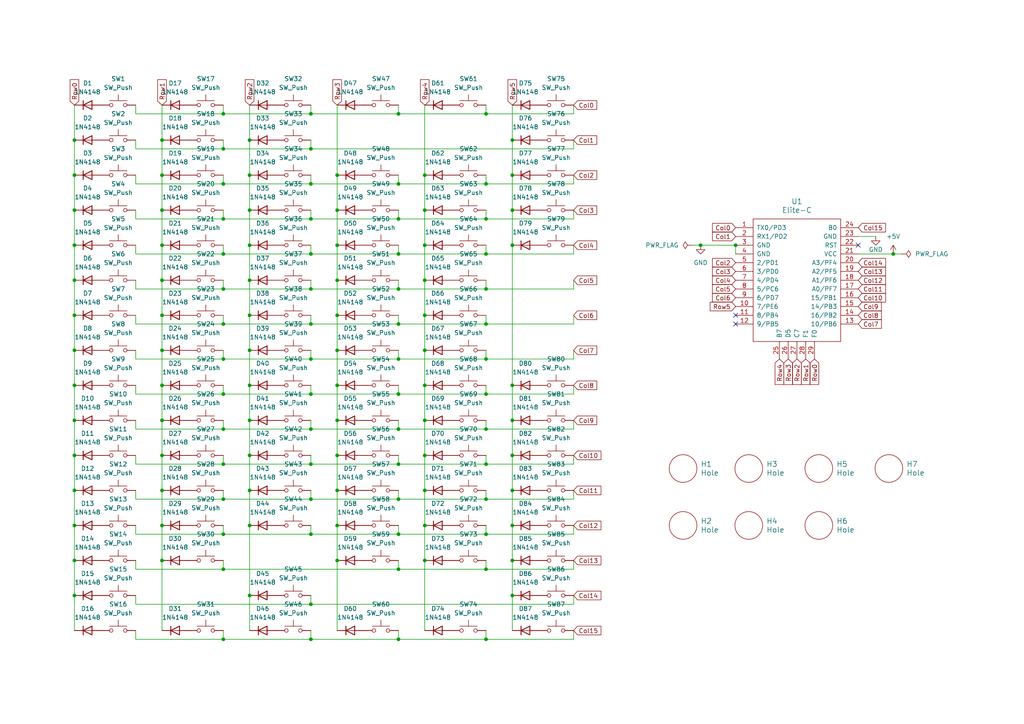
<source format=kicad_sch>
(kicad_sch (version 20231120) (generator "eeschema") (generator_version "8.0")
  (paper "A4")
  (title_block (title "Post-Mechanical Compact ") (date "2025-01-10") (rev "2.0") (company "Quixotic Keyboards, LLC") (comment 2 "Final for the new tight case and future minimalist case"))
  (lib_symbols
    (symbol "Diode:1N4148" (pin_numbers hide) (pin_names hide)
      (property "Reference" "D" (at 0 2.54 0))
      (property "Value" "1N4148" (at 0 -2.54 0))
      (symbol "1N4148_1_1"
        (pin passive line (at -3.81 0 0) (length 2.54) (name "K") (number "1"))
        (pin passive line (at 3.81 0 180) (length 2.54) (name "A") (number "2"))
      )
    )
    (symbol "Keebio_MCU:Elite-C" (pin_names (offset 1.016))
      (property "Reference" "U" (at 0 0 0))
      (property "Value" "Elite-C" (at 0 2.54 0))
      (symbol "Elite-C_1_1"
        (pin input line (at -17.78 13.97 0) (length 5.08) (name "TX0/PD3") (number "1"))
        (pin input line (at -17.78 -8.89 0) (length 5.08) (name "7/PE6") (number "10"))
        (pin input line (at -17.78 -11.43 0) (length 5.08) (name "8/PB4") (number "11"))
        (pin input line (at -17.78 -13.97 0) (length 5.08) (name "9/PB5") (number "12"))
        (pin input line (at 17.78 -13.97 180) (length 5.08) (name "10/PB6") (number "13"))
        (pin input line (at 17.78 -11.43 180) (length 5.08) (name "16/PB2") (number "14"))
        (pin input line (at 17.78 -8.89 180) (length 5.08) (name "14/PB3") (number "15"))
        (pin input line (at 17.78 -6.35 180) (length 5.08) (name "15/PB1") (number "16"))
        (pin input line (at 17.78 -3.81 180) (length 5.08) (name "A0/PF7") (number "17"))
        (pin input line (at 17.78 -1.27 180) (length 5.08) (name "A1/PF6") (number "18"))
        (pin input line (at 17.78 1.27 180) (length 5.08) (name "A2/PF5") (number "19"))
        (pin input line (at -17.78 11.43 0) (length 5.08) (name "RX1/PD2") (number "2"))
        (pin input line (at 17.78 3.81 180) (length 5.08) (name "A3/PF4") (number "20"))
        (pin input line (at 17.78 6.35 180) (length 5.08) (name "VCC") (number "21"))
        (pin input line (at 17.78 8.89 180) (length 5.08) (name "RST") (number "22"))
        (pin input line (at 17.78 11.43 180) (length 5.08) (name "GND") (number "23"))
        (pin input line (at 17.78 13.97 180) (length 5.08) (name "B0") (number "24"))
        (pin input line (at -5.08 -24.13 90) (length 5.08) (name "B7") (number "25"))
        (pin input line (at -2.54 -24.13 90) (length 5.08) (name "D5") (number "26"))
        (pin input line (at 0 -24.13 90) (length 5.08) (name "C7") (number "27"))
        (pin input line (at 2.54 -24.13 90) (length 5.08) (name "F1") (number "28"))
        (pin input line (at 5.08 -24.13 90) (length 5.08) (name "F0") (number "29"))
        (pin input line (at -17.78 8.89 0) (length 5.08) (name "GND") (number "3"))
        (pin input line (at -17.78 6.35 0) (length 5.08) (name "GND") (number "4"))
        (pin input line (at -17.78 3.81 0) (length 5.08) (name "2/PD1") (number "5"))
        (pin input line (at -17.78 1.27 0) (length 5.08) (name "3/PD0") (number "6"))
        (pin input line (at -17.78 -1.27 0) (length 5.08) (name "4/PD4") (number "7"))
        (pin input line (at -17.78 -3.81 0) (length 5.08) (name "5/PC6") (number "8"))
        (pin input line (at -17.78 -6.35 0) (length 5.08) (name "6/PD7") (number "9"))
      )
    )
    (symbol "Switch:SW_Push" (pin_numbers hide) (pin_names (offset 1.016) hide)
      (property "Reference" "SW" (at 1.27 2.54 0))
      (property "Value" "SW_Push" (at 0 -1.524 0))
      (symbol "SW_Push_0_1"
        (pin passive line (at -5.08 0 0) (length 2.54) (name "1") (number "1"))
        (pin passive line (at 5.08 0 180) (length 2.54) (name "2") (number "2"))
      )
    )
    (symbol "keebio:Hole" (pin_names (offset 1.016))
      (property "Reference" "H" (at 0 -1.27 0))
      (property "Value" "Hole" (at 0 1.27 0))
    )
    (symbol "power:+5V" (power) (pin_numbers hide) (pin_names (offset 0) hide)
      (property "Value" "+5V" (at 0 3.556 0))
      (symbol "+5V_1_1"
        (pin power_in line (at 0 0 90) (length 0) (name "~") (number "1"))
      )
    )
    (symbol "power:GND" (power) (pin_numbers hide) (pin_names (offset 0) hide)
      (property "Value" "GND" (at 0 -3.81 0))
      (symbol "GND_1_1"
        (pin power_in line (at 0 0 270) (length 0) (name "~") (number "1"))
      )
    )
    (symbol "power:PWR_FLAG" (power) (pin_numbers hide) (pin_names (offset 0) hide)
      (property "Value" "PWR_FLAG" (at 0 3.81 0))
      (symbol "PWR_FLAG_0_0"
        (pin power_out line (at 0 0 90) (length 0) (name "~") (number "1"))
      )
    )
  )
  (junction (at 259.08 73.66))
  (junction (at 97.79 101.6))
  (junction (at 140.97 185.42))
  (junction (at 97.79 81.28))
  (junction (at 140.97 83.82))
  (junction (at 115.57 154.94))
  (junction (at 64.77 124.46))
  (junction (at 64.77 134.62))
  (junction (at 90.17 104.14))
  (junction (at 90.17 93.98))
  (junction (at 115.57 53.34))
  (junction (at 72.39 152.4))
  (junction (at 140.97 63.5))
  (junction (at 123.19 142.24))
  (junction (at 90.17 124.46))
  (junction (at 148.59 132.08))
  (junction (at 46.99 152.4))
  (junction (at 46.99 101.6))
  (junction (at 97.79 60.96))
  (junction (at 90.17 185.42))
  (junction (at 64.77 93.98))
  (junction (at 72.39 111.76))
  (junction (at 72.39 121.92))
  (junction (at 72.39 71.12))
  (junction (at 46.99 132.08))
  (junction (at 21.59 121.92))
  (junction (at 21.59 162.56))
  (junction (at 72.39 101.6))
  (junction (at 123.19 101.6))
  (junction (at 72.39 60.96))
  (junction (at 115.57 144.78))
  (junction (at 203.2 71.12))
  (junction (at 90.17 53.34))
  (junction (at 46.99 142.24))
  (junction (at 123.19 60.96))
  (junction (at 148.59 152.4))
  (junction (at 72.39 91.44))
  (junction (at 64.77 53.34))
  (junction (at 64.77 185.42))
  (junction (at 115.57 83.82))
  (junction (at 21.59 142.24))
  (junction (at 21.59 91.44))
  (junction (at 115.57 33.02))
  (junction (at 115.57 114.3))
  (junction (at 46.99 50.8))
  (junction (at 115.57 185.42))
  (junction (at 90.17 114.3))
  (junction (at 123.19 111.76))
  (junction (at 97.79 162.56))
  (junction (at 90.17 154.94))
  (junction (at 46.99 91.44))
  (junction (at 123.19 50.8))
  (junction (at 46.99 121.92))
  (junction (at 140.97 154.94))
  (junction (at 46.99 81.28))
  (junction (at 21.59 50.8))
  (junction (at 90.17 33.02))
  (junction (at 64.77 104.14))
  (junction (at 97.79 111.76))
  (junction (at 115.57 124.46))
  (junction (at 90.17 175.26))
  (junction (at 46.99 40.64))
  (junction (at 64.77 165.1))
  (junction (at 140.97 114.3))
  (junction (at 90.17 134.62))
  (junction (at 46.99 60.96))
  (junction (at 123.19 132.08))
  (junction (at 140.97 73.66))
  (junction (at 148.59 172.72))
  (junction (at 21.59 81.28))
  (junction (at 21.59 101.6))
  (junction (at 148.59 162.56))
  (junction (at 90.17 43.18))
  (junction (at 148.59 50.8))
  (junction (at 123.19 81.28))
  (junction (at 64.77 83.82))
  (junction (at 97.79 142.24))
  (junction (at 97.79 50.8))
  (junction (at 21.59 152.4))
  (junction (at 21.59 60.96))
  (junction (at 46.99 162.56))
  (junction (at 148.59 71.12))
  (junction (at 64.77 154.94))
  (junction (at 213.36 71.12))
  (junction (at 97.79 152.4))
  (junction (at 140.97 144.78))
  (junction (at 115.57 93.98))
  (junction (at 72.39 172.72))
  (junction (at 115.57 63.5))
  (junction (at 115.57 165.1))
  (junction (at 140.97 93.98))
  (junction (at 21.59 132.08))
  (junction (at 97.79 121.92))
  (junction (at 72.39 81.28))
  (junction (at 21.59 172.72))
  (junction (at 90.17 63.5))
  (junction (at 46.99 111.76))
  (junction (at 148.59 111.76))
  (junction (at 115.57 134.62))
  (junction (at 148.59 142.24))
  (junction (at 64.77 114.3))
  (junction (at 21.59 111.76))
  (junction (at 90.17 83.82))
  (junction (at 115.57 104.14))
  (junction (at 140.97 134.62))
  (junction (at 140.97 53.34))
  (junction (at 123.19 152.4))
  (junction (at 46.99 71.12))
  (junction (at 148.59 60.96))
  (junction (at 140.97 165.1))
  (junction (at 123.19 162.56))
  (junction (at 64.77 33.02))
  (junction (at 140.97 33.02))
  (junction (at 90.17 73.66))
  (junction (at 64.77 144.78))
  (junction (at 64.77 73.66))
  (junction (at 123.19 91.44))
  (junction (at 64.77 43.18))
  (junction (at 97.79 71.12))
  (junction (at 148.59 40.64))
  (junction (at 64.77 63.5))
  (junction (at 21.59 71.12))
  (junction (at 21.59 40.64))
  (junction (at 115.57 73.66))
  (junction (at 148.59 121.92))
  (junction (at 72.39 40.64))
  (junction (at 97.79 91.44))
  (junction (at 140.97 104.14))
  (junction (at 90.17 144.78))
  (junction (at 72.39 50.8))
  (junction (at 123.19 121.92))
  (junction (at 123.19 71.12))
  (junction (at 72.39 142.24))
  (junction (at 72.39 132.08))
  (junction (at 97.79 132.08))
  (junction (at 140.97 124.46))
  (no_connect (at 248.92 71.12))
  (no_connect (at 213.36 93.98))
  (no_connect (at 213.36 91.44))
  (wire (pts (xy 21.59 81.28) (xy 21.59 91.44)))
  (wire (pts (xy 90.17 81.28) (xy 90.17 83.82)))
  (wire (pts (xy 90.17 83.82) (xy 115.57 83.82)))
  (wire (pts (xy 140.97 104.14) (xy 166.37 104.14)))
  (wire (pts (xy 97.79 152.4) (xy 97.79 162.56)))
  (wire (pts (xy 46.99 50.8) (xy 46.99 60.96)))
  (wire (pts (xy 90.17 91.44) (xy 90.17 93.98)))
  (wire (pts (xy 115.57 142.24) (xy 115.57 144.78)))
  (wire (pts (xy 64.77 73.66) (xy 90.17 73.66)))
  (wire (pts (xy 90.17 73.66) (xy 115.57 73.66)))
  (wire (pts (xy 97.79 162.56) (xy 97.79 182.88)))
  (wire (pts (xy 46.99 101.6) (xy 46.99 111.76)))
  (wire (pts (xy 21.59 142.24) (xy 21.59 152.4)))
  (wire (pts (xy 64.77 154.94) (xy 90.17 154.94)))
  (wire (pts (xy 140.97 165.1) (xy 166.37 165.1)))
  (wire (pts (xy 64.77 53.34) (xy 90.17 53.34)))
  (wire (pts (xy 72.39 101.6) (xy 72.39 111.76)))
  (wire (pts (xy 166.37 111.76) (xy 166.37 114.3)))
  (wire (pts (xy 39.37 53.34) (xy 64.77 53.34)))
  (wire (pts (xy 39.37 114.3) (xy 64.77 114.3)))
  (wire (pts (xy 39.37 172.72) (xy 39.37 175.26)))
  (wire (pts (xy 140.97 71.12) (xy 140.97 73.66)))
  (wire (pts (xy 21.59 71.12) (xy 21.59 81.28)))
  (wire (pts (xy 39.37 134.62) (xy 64.77 134.62)))
  (wire (pts (xy 140.97 81.28) (xy 140.97 83.82)))
  (wire (pts (xy 21.59 101.6) (xy 21.59 111.76)))
  (wire (pts (xy 39.37 81.28) (xy 39.37 83.82)))
  (wire (pts (xy 64.77 81.28) (xy 64.77 83.82)))
  (wire (pts (xy 140.97 60.96) (xy 140.97 63.5)))
  (wire (pts (xy 115.57 132.08) (xy 115.57 134.62)))
  (wire (pts (xy 39.37 182.88) (xy 39.37 185.42)))
  (wire (pts (xy 64.77 165.1) (xy 115.57 165.1)))
  (wire (pts (xy 213.36 71.12) (xy 213.36 73.66)))
  (wire (pts (xy 115.57 134.62) (xy 140.97 134.62)))
  (wire (pts (xy 90.17 124.46) (xy 115.57 124.46)))
  (wire (pts (xy 166.37 162.56) (xy 166.37 165.1)))
  (wire (pts (xy 39.37 152.4) (xy 39.37 154.94)))
  (wire (pts (xy 166.37 142.24) (xy 166.37 144.78)))
  (wire (pts (xy 140.97 93.98) (xy 166.37 93.98)))
  (wire (pts (xy 39.37 154.94) (xy 64.77 154.94)))
  (wire (pts (xy 90.17 185.42) (xy 115.57 185.42)))
  (wire (pts (xy 115.57 111.76) (xy 115.57 114.3)))
  (wire (pts (xy 46.99 152.4) (xy 46.99 162.56)))
  (wire (pts (xy 64.77 121.92) (xy 64.77 124.46)))
  (wire (pts (xy 21.59 30.48) (xy 21.59 40.64)))
  (wire (pts (xy 21.59 60.96) (xy 21.59 71.12)))
  (wire (pts (xy 115.57 165.1) (xy 140.97 165.1)))
  (wire (pts (xy 90.17 50.8) (xy 90.17 53.34)))
  (wire (pts (xy 39.37 40.64) (xy 39.37 43.18)))
  (wire (pts (xy 90.17 53.34) (xy 115.57 53.34)))
  (wire (pts (xy 90.17 101.6) (xy 90.17 104.14)))
  (wire (pts (xy 64.77 63.5) (xy 90.17 63.5)))
  (wire (pts (xy 166.37 101.6) (xy 166.37 104.14)))
  (wire (pts (xy 39.37 185.42) (xy 64.77 185.42)))
  (wire (pts (xy 72.39 71.12) (xy 72.39 81.28)))
  (wire (pts (xy 72.39 132.08) (xy 72.39 142.24)))
  (wire (pts (xy 46.99 162.56) (xy 46.99 182.88)))
  (wire (pts (xy 72.39 91.44) (xy 72.39 101.6)))
  (wire (pts (xy 123.19 91.44) (xy 123.19 101.6)))
  (wire (pts (xy 64.77 93.98) (xy 90.17 93.98)))
  (wire (pts (xy 90.17 104.14) (xy 115.57 104.14)))
  (wire (pts (xy 90.17 172.72) (xy 90.17 175.26)))
  (wire (pts (xy 90.17 175.26) (xy 166.37 175.26)))
  (wire (pts (xy 46.99 60.96) (xy 46.99 71.12)))
  (wire (pts (xy 72.39 121.92) (xy 72.39 132.08)))
  (wire (pts (xy 97.79 50.8) (xy 97.79 60.96)))
  (wire (pts (xy 166.37 30.48) (xy 166.37 33.02)))
  (wire (pts (xy 90.17 121.92) (xy 90.17 124.46)))
  (wire (pts (xy 148.59 162.56) (xy 148.59 172.72)))
  (wire (pts (xy 64.77 40.64) (xy 64.77 43.18)))
  (wire (pts (xy 115.57 33.02) (xy 140.97 33.02)))
  (wire (pts (xy 21.59 50.8) (xy 21.59 60.96)))
  (wire (pts (xy 64.77 104.14) (xy 90.17 104.14)))
  (wire (pts (xy 140.97 53.34) (xy 166.37 53.34)))
  (wire (pts (xy 46.99 71.12) (xy 46.99 81.28)))
  (wire (pts (xy 39.37 93.98) (xy 64.77 93.98)))
  (wire (pts (xy 123.19 111.76) (xy 123.19 121.92)))
  (wire (pts (xy 39.37 111.76) (xy 39.37 114.3)))
  (wire (pts (xy 46.99 91.44) (xy 46.99 101.6)))
  (wire (pts (xy 72.39 172.72) (xy 72.39 182.88)))
  (wire (pts (xy 140.97 121.92) (xy 140.97 124.46)))
  (wire (pts (xy 115.57 91.44) (xy 115.57 93.98)))
  (wire (pts (xy 140.97 152.4) (xy 140.97 154.94)))
  (wire (pts (xy 46.99 111.76) (xy 46.99 121.92)))
  (wire (pts (xy 97.79 142.24) (xy 97.79 152.4)))
  (wire (pts (xy 140.97 63.5) (xy 166.37 63.5)))
  (wire (pts (xy 248.92 73.66) (xy 259.08 73.66)))
  (wire (pts (xy 39.37 124.46) (xy 64.77 124.46)))
  (wire (pts (xy 140.97 91.44) (xy 140.97 93.98)))
  (wire (pts (xy 64.77 83.82) (xy 90.17 83.82)))
  (wire (pts (xy 115.57 152.4) (xy 115.57 154.94)))
  (wire (pts (xy 72.39 142.24) (xy 72.39 152.4)))
  (wire (pts (xy 123.19 162.56) (xy 123.19 182.88)))
  (wire (pts (xy 200.66 71.12) (xy 203.2 71.12)))
  (wire (pts (xy 90.17 30.48) (xy 90.17 33.02)))
  (wire (pts (xy 123.19 50.8) (xy 123.19 60.96)))
  (wire (pts (xy 115.57 71.12) (xy 115.57 73.66)))
  (wire (pts (xy 90.17 71.12) (xy 90.17 73.66)))
  (wire (pts (xy 115.57 81.28) (xy 115.57 83.82)))
  (wire (pts (xy 39.37 142.24) (xy 39.37 144.78)))
  (wire (pts (xy 64.77 132.08) (xy 64.77 134.62)))
  (wire (pts (xy 39.37 33.02) (xy 64.77 33.02)))
  (wire (pts (xy 166.37 71.12) (xy 166.37 73.66)))
  (wire (pts (xy 115.57 154.94) (xy 140.97 154.94)))
  (wire (pts (xy 115.57 124.46) (xy 140.97 124.46)))
  (wire (pts (xy 115.57 182.88) (xy 115.57 185.42)))
  (wire (pts (xy 90.17 43.18) (xy 166.37 43.18)))
  (wire (pts (xy 148.59 71.12) (xy 148.59 111.76)))
  (wire (pts (xy 140.97 33.02) (xy 166.37 33.02)))
  (wire (pts (xy 39.37 83.82) (xy 64.77 83.82)))
  (wire (pts (xy 123.19 60.96) (xy 123.19 71.12)))
  (wire (pts (xy 261.62 73.66) (xy 259.08 73.66)))
  (wire (pts (xy 148.59 60.96) (xy 148.59 71.12)))
  (wire (pts (xy 166.37 40.64) (xy 166.37 43.18)))
  (wire (pts (xy 140.97 154.94) (xy 166.37 154.94)))
  (wire (pts (xy 140.97 134.62) (xy 166.37 134.62)))
  (wire (pts (xy 21.59 40.64) (xy 21.59 50.8)))
  (wire (pts (xy 46.99 81.28) (xy 46.99 91.44)))
  (wire (pts (xy 115.57 60.96) (xy 115.57 63.5)))
  (wire (pts (xy 140.97 182.88) (xy 140.97 185.42)))
  (wire (pts (xy 21.59 162.56) (xy 21.59 172.72)))
  (wire (pts (xy 64.77 124.46) (xy 90.17 124.46)))
  (wire (pts (xy 97.79 121.92) (xy 97.79 132.08)))
  (wire (pts (xy 97.79 60.96) (xy 97.79 71.12)))
  (wire (pts (xy 64.77 144.78) (xy 90.17 144.78)))
  (wire (pts (xy 39.37 101.6) (xy 39.37 104.14)))
  (wire (pts (xy 72.39 81.28) (xy 72.39 91.44)))
  (wire (pts (xy 64.77 71.12) (xy 64.77 73.66)))
  (wire (pts (xy 64.77 91.44) (xy 64.77 93.98)))
  (wire (pts (xy 90.17 142.24) (xy 90.17 144.78)))
  (wire (pts (xy 166.37 50.8) (xy 166.37 53.34)))
  (wire (pts (xy 21.59 132.08) (xy 21.59 142.24)))
  (wire (pts (xy 21.59 121.92) (xy 21.59 132.08)))
  (wire (pts (xy 140.97 83.82) (xy 115.57 83.82)))
  (wire (pts (xy 140.97 73.66) (xy 166.37 73.66)))
  (wire (pts (xy 64.77 162.56) (xy 64.77 165.1)))
  (wire (pts (xy 97.79 132.08) (xy 97.79 142.24)))
  (wire (pts (xy 90.17 154.94) (xy 115.57 154.94)))
  (wire (pts (xy 39.37 30.48) (xy 39.37 33.02)))
  (wire (pts (xy 97.79 30.48) (xy 97.79 50.8)))
  (wire (pts (xy 64.77 33.02) (xy 90.17 33.02)))
  (wire (pts (xy 46.99 30.48) (xy 46.99 40.64)))
  (wire (pts (xy 140.97 30.48) (xy 140.97 33.02)))
  (wire (pts (xy 39.37 162.56) (xy 39.37 165.1)))
  (wire (pts (xy 123.19 142.24) (xy 123.19 152.4)))
  (wire (pts (xy 123.19 71.12) (xy 123.19 81.28)))
  (wire (pts (xy 46.99 142.24) (xy 46.99 152.4)))
  (wire (pts (xy 90.17 144.78) (xy 115.57 144.78)))
  (wire (pts (xy 72.39 152.4) (xy 72.39 172.72)))
  (wire (pts (xy 115.57 50.8) (xy 115.57 53.34)))
  (wire (pts (xy 90.17 132.08) (xy 90.17 134.62)))
  (wire (pts (xy 46.99 132.08) (xy 46.99 142.24)))
  (wire (pts (xy 148.59 142.24) (xy 148.59 152.4)))
  (wire (pts (xy 46.99 40.64) (xy 46.99 50.8)))
  (wire (pts (xy 140.97 142.24) (xy 140.97 144.78)))
  (wire (pts (xy 39.37 144.78) (xy 64.77 144.78)))
  (wire (pts (xy 166.37 81.28) (xy 166.37 83.82)))
  (wire (pts (xy 64.77 43.18) (xy 90.17 43.18)))
  (wire (pts (xy 115.57 185.42) (xy 140.97 185.42)))
  (wire (pts (xy 39.37 63.5) (xy 64.77 63.5)))
  (wire (pts (xy 148.59 121.92) (xy 148.59 132.08)))
  (wire (pts (xy 64.77 114.3) (xy 90.17 114.3)))
  (wire (pts (xy 64.77 142.24) (xy 64.77 144.78)))
  (wire (pts (xy 90.17 182.88) (xy 90.17 185.42)))
  (wire (pts (xy 64.77 50.8) (xy 64.77 53.34)))
  (wire (pts (xy 97.79 81.28) (xy 97.79 91.44)))
  (wire (pts (xy 166.37 91.44) (xy 166.37 93.98)))
  (wire (pts (xy 115.57 73.66) (xy 140.97 73.66)))
  (wire (pts (xy 72.39 30.48) (xy 72.39 40.64)))
  (wire (pts (xy 140.97 132.08) (xy 140.97 134.62)))
  (wire (pts (xy 90.17 33.02) (xy 115.57 33.02)))
  (wire (pts (xy 64.77 30.48) (xy 64.77 33.02)))
  (wire (pts (xy 90.17 63.5) (xy 115.57 63.5)))
  (wire (pts (xy 140.97 185.42) (xy 166.37 185.42)))
  (wire (pts (xy 21.59 172.72) (xy 21.59 182.88)))
  (wire (pts (xy 123.19 101.6) (xy 123.19 111.76)))
  (wire (pts (xy 123.19 30.48) (xy 123.19 50.8)))
  (wire (pts (xy 115.57 101.6) (xy 115.57 104.14)))
  (wire (pts (xy 123.19 121.92) (xy 123.19 132.08)))
  (wire (pts (xy 39.37 71.12) (xy 39.37 73.66)))
  (wire (pts (xy 72.39 50.8) (xy 72.39 60.96)))
  (wire (pts (xy 148.59 152.4) (xy 148.59 162.56)))
  (wire (pts (xy 39.37 73.66) (xy 64.77 73.66)))
  (wire (pts (xy 72.39 60.96) (xy 72.39 71.12)))
  (wire (pts (xy 64.77 134.62) (xy 90.17 134.62)))
  (wire (pts (xy 90.17 111.76) (xy 90.17 114.3)))
  (wire (pts (xy 39.37 91.44) (xy 39.37 93.98)))
  (wire (pts (xy 115.57 53.34) (xy 140.97 53.34)))
  (wire (pts (xy 46.99 121.92) (xy 46.99 132.08)))
  (wire (pts (xy 115.57 63.5) (xy 140.97 63.5)))
  (wire (pts (xy 123.19 81.28) (xy 123.19 91.44)))
  (wire (pts (xy 90.17 60.96) (xy 90.17 63.5)))
  (wire (pts (xy 72.39 40.64) (xy 72.39 50.8)))
  (wire (pts (xy 39.37 121.92) (xy 39.37 124.46)))
  (wire (pts (xy 115.57 30.48) (xy 115.57 33.02)))
  (wire (pts (xy 97.79 111.76) (xy 97.79 121.92)))
  (wire (pts (xy 148.59 30.48) (xy 148.59 40.64)))
  (wire (pts (xy 97.79 71.12) (xy 97.79 81.28)))
  (wire (pts (xy 115.57 144.78) (xy 140.97 144.78)))
  (wire (pts (xy 64.77 152.4) (xy 64.77 154.94)))
  (wire (pts (xy 140.97 111.76) (xy 140.97 114.3)))
  (wire (pts (xy 248.92 68.58) (xy 254 68.58)))
  (wire (pts (xy 166.37 121.92) (xy 166.37 124.46)))
  (wire (pts (xy 64.77 111.76) (xy 64.77 114.3)))
  (wire (pts (xy 115.57 104.14) (xy 140.97 104.14)))
  (wire (pts (xy 140.97 83.82) (xy 166.37 83.82)))
  (wire (pts (xy 21.59 91.44) (xy 21.59 101.6)))
  (wire (pts (xy 64.77 60.96) (xy 64.77 63.5)))
  (wire (pts (xy 140.97 114.3) (xy 166.37 114.3)))
  (wire (pts (xy 140.97 124.46) (xy 166.37 124.46)))
  (wire (pts (xy 166.37 132.08) (xy 166.37 134.62)))
  (wire (pts (xy 90.17 134.62) (xy 115.57 134.62)))
  (wire (pts (xy 148.59 50.8) (xy 148.59 60.96)))
  (wire (pts (xy 64.77 182.88) (xy 64.77 185.42)))
  (wire (pts (xy 123.19 152.4) (xy 123.19 162.56)))
  (wire (pts (xy 115.57 93.98) (xy 140.97 93.98)))
  (wire (pts (xy 166.37 60.96) (xy 166.37 63.5)))
  (wire (pts (xy 97.79 101.6) (xy 97.79 111.76)))
  (wire (pts (xy 166.37 152.4) (xy 166.37 154.94)))
  (wire (pts (xy 148.59 172.72) (xy 148.59 182.88)))
  (wire (pts (xy 90.17 114.3) (xy 115.57 114.3)))
  (wire (pts (xy 39.37 165.1) (xy 64.77 165.1)))
  (wire (pts (xy 39.37 104.14) (xy 64.77 104.14)))
  (wire (pts (xy 90.17 40.64) (xy 90.17 43.18)))
  (wire (pts (xy 39.37 132.08) (xy 39.37 134.62)))
  (wire (pts (xy 64.77 185.42) (xy 90.17 185.42)))
  (wire (pts (xy 90.17 93.98) (xy 115.57 93.98)))
  (wire (pts (xy 123.19 132.08) (xy 123.19 142.24)))
  (wire (pts (xy 21.59 111.76) (xy 21.59 121.92)))
  (wire (pts (xy 115.57 121.92) (xy 115.57 124.46)))
  (wire (pts (xy 64.77 101.6) (xy 64.77 104.14)))
  (wire (pts (xy 39.37 43.18) (xy 64.77 43.18)))
  (wire (pts (xy 115.57 162.56) (xy 115.57 165.1)))
  (wire (pts (xy 148.59 111.76) (xy 148.59 121.92)))
  (wire (pts (xy 148.59 132.08) (xy 148.59 142.24)))
  (wire (pts (xy 97.79 91.44) (xy 97.79 101.6)))
  (wire (pts (xy 140.97 101.6) (xy 140.97 104.14)))
  (wire (pts (xy 166.37 172.72) (xy 166.37 175.26)))
  (wire (pts (xy 39.37 50.8) (xy 39.37 53.34)))
  (wire (pts (xy 140.97 162.56) (xy 140.97 165.1)))
  (wire (pts (xy 90.17 152.4) (xy 90.17 154.94)))
  (wire (pts (xy 39.37 60.96) (xy 39.37 63.5)))
  (wire (pts (xy 72.39 111.76) (xy 72.39 121.92)))
  (wire (pts (xy 140.97 144.78) (xy 166.37 144.78)))
  (wire (pts (xy 39.37 175.26) (xy 90.17 175.26)))
  (wire (pts (xy 115.57 114.3) (xy 140.97 114.3)))
  (wire (pts (xy 140.97 50.8) (xy 140.97 53.34)))
  (wire (pts (xy 148.59 40.64) (xy 148.59 50.8)))
  (wire (pts (xy 21.59 152.4) (xy 21.59 162.56)))
  (wire (pts (xy 166.37 182.88) (xy 166.37 185.42)))
  (wire (pts (xy 203.2 71.12) (xy 213.36 71.12)))
  (global_label "Row0" (shape input) (at 21.59 30.48 90) (property "Intersheetrefs" "${INTERSHEET_REFS}" (effects (hide yes))))
  (global_label "Col3" (shape input) (at 213.36 78.74 180) (property "Intersheetrefs" "${INTERSHEET_REFS}" (effects (hide yes))))
  (global_label "Col7" (shape input) (at 166.37 101.6 0) (property "Intersheetrefs" "${INTERSHEET_REFS}" (effects (hide yes))))
  (global_label "Col12" (shape input) (at 248.92 81.28 0) (property "Intersheetrefs" "${INTERSHEET_REFS}" (effects (hide yes))))
  (global_label "Row4" (shape input) (at 123.19 30.48 90) (property "Intersheetrefs" "${INTERSHEET_REFS}" (effects (hide yes))))
  (global_label "Col12" (shape input) (at 166.37 152.4 0) (property "Intersheetrefs" "${INTERSHEET_REFS}" (effects (hide yes))))
  (global_label "Row3" (shape input) (at 97.79 30.48 90) (property "Intersheetrefs" "${INTERSHEET_REFS}" (effects (hide yes))))
  (global_label "Col14" (shape input) (at 248.92 76.2 0) (property "Intersheetrefs" "${INTERSHEET_REFS}" (effects (hide yes))))
  (global_label "Row5" (shape input) (at 148.59 30.48 90) (property "Intersheetrefs" "${INTERSHEET_REFS}" (effects (hide yes))))
  (global_label "Col4" (shape input) (at 166.37 71.12 0) (property "Intersheetrefs" "${INTERSHEET_REFS}" (effects (hide yes))))
  (global_label "Col9" (shape input) (at 166.37 121.92 0) (property "Intersheetrefs" "${INTERSHEET_REFS}" (effects (hide yes))))
  (global_label "Row2" (shape input) (at 231.14 104.14 270) (property "Intersheetrefs" "${INTERSHEET_REFS}" (effects (hide yes))))
  (global_label "Col4" (shape input) (at 213.36 81.28 180) (property "Intersheetrefs" "${INTERSHEET_REFS}" (effects (hide yes))))
  (global_label "Row4" (shape input) (at 226.06 104.14 270) (property "Intersheetrefs" "${INTERSHEET_REFS}" (effects (hide yes))))
  (global_label "Col3" (shape input) (at 166.37 60.96 0) (property "Intersheetrefs" "${INTERSHEET_REFS}" (effects (hide yes))))
  (global_label "Col1" (shape input) (at 166.37 40.64 0) (property "Intersheetrefs" "${INTERSHEET_REFS}" (effects (hide yes))))
  (global_label "Col15" (shape input) (at 248.92 66.04 0) (property "Intersheetrefs" "${INTERSHEET_REFS}" (effects (hide yes))))
  (global_label "Col14" (shape input) (at 166.37 172.72 0) (property "Intersheetrefs" "${INTERSHEET_REFS}" (effects (hide yes))))
  (global_label "Col2" (shape input) (at 213.36 76.2 180) (property "Intersheetrefs" "${INTERSHEET_REFS}" (effects (hide yes))))
  (global_label "Col10" (shape input) (at 166.37 132.08 0) (property "Intersheetrefs" "${INTERSHEET_REFS}" (effects (hide yes))))
  (global_label "Row0" (shape input) (at 236.22 104.14 270) (property "Intersheetrefs" "${INTERSHEET_REFS}" (effects (hide yes))))
  (global_label "Col5" (shape input) (at 213.36 83.82 180) (property "Intersheetrefs" "${INTERSHEET_REFS}" (effects (hide yes))))
  (global_label "Col0" (shape input) (at 166.37 30.48 0) (property "Intersheetrefs" "${INTERSHEET_REFS}" (effects (hide yes))))
  (global_label "Col0" (shape input) (at 213.36 66.04 180) (property "Intersheetrefs" "${INTERSHEET_REFS}" (effects (hide yes))))
  (global_label "Col1" (shape input) (at 213.36 68.58 180) (property "Intersheetrefs" "${INTERSHEET_REFS}" (effects (hide yes))))
  (global_label "Row1" (shape input) (at 46.99 30.48 90) (property "Intersheetrefs" "${INTERSHEET_REFS}" (effects (hide yes))))
  (global_label "Col5" (shape input) (at 166.37 81.28 0) (property "Intersheetrefs" "${INTERSHEET_REFS}" (effects (hide yes))))
  (global_label "Row2" (shape input) (at 72.39 30.48 90) (property "Intersheetrefs" "${INTERSHEET_REFS}" (effects (hide yes))))
  (global_label "Col8" (shape input) (at 248.92 91.44 0) (property "Intersheetrefs" "${INTERSHEET_REFS}" (effects (hide yes))))
  (global_label "Col11" (shape input) (at 248.92 83.82 0) (property "Intersheetrefs" "${INTERSHEET_REFS}" (effects (hide yes))))
  (global_label "Row1" (shape input) (at 233.68 104.14 270) (property "Intersheetrefs" "${INTERSHEET_REFS}" (effects (hide yes))))
  (global_label "Col10" (shape input) (at 248.92 86.36 0) (property "Intersheetrefs" "${INTERSHEET_REFS}" (effects (hide yes))))
  (global_label "Col9" (shape input) (at 248.92 88.9 0) (property "Intersheetrefs" "${INTERSHEET_REFS}" (effects (hide yes))))
  (global_label "Col11" (shape input) (at 166.37 142.24 0) (property "Intersheetrefs" "${INTERSHEET_REFS}" (effects (hide yes))))
  (global_label "Col13" (shape input) (at 248.92 78.74 0) (property "Intersheetrefs" "${INTERSHEET_REFS}" (effects (hide yes))))
  (global_label "Row3" (shape input) (at 228.6 104.14 270) (property "Intersheetrefs" "${INTERSHEET_REFS}" (effects (hide yes))))
  (global_label "Col8" (shape input) (at 166.37 111.76 0) (property "Intersheetrefs" "${INTERSHEET_REFS}" (effects (hide yes))))
  (global_label "Col15" (shape input) (at 166.37 182.88 0) (property "Intersheetrefs" "${INTERSHEET_REFS}" (effects (hide yes))))
  (global_label "Col6" (shape input) (at 166.37 91.44 0) (property "Intersheetrefs" "${INTERSHEET_REFS}" (effects (hide yes))))
  (global_label "Col6" (shape input) (at 213.36 86.36 180) (property "Intersheetrefs" "${INTERSHEET_REFS}" (effects (hide yes))))
  (global_label "Col7" (shape input) (at 248.92 93.98 0) (property "Intersheetrefs" "${INTERSHEET_REFS}" (effects (hide yes))))
  (global_label "Row5" (shape input) (at 213.36 88.9 180) (property "Intersheetrefs" "${INTERSHEET_REFS}" (effects (hide yes))))
  (global_label "Col13" (shape input) (at 166.37 162.56 0) (property "Intersheetrefs" "${INTERSHEET_REFS}" (effects (hide yes))))
  (global_label "Col2" (shape input) (at 166.37 50.8 0) (property "Intersheetrefs" "${INTERSHEET_REFS}" (effects (hide yes))))
  (symbol (lib_id "Switch:SW_Push") (at 135.89 81.28 0) (unit 1)
    (property "Reference" "SW65" (at 135.89 73.66 0))
    (property "Value" "SW_Push" (at 135.89 76.2 0))
    (property "Footprint" "Button_Switch_Keyboard:SW_Cherry_MX_1.00u_PCB" (effects (hide yes)))
    (property "Description" "Push button switch, generic, two pins" (effects (hide yes)))
  )
  (symbol (lib_id "Diode:1N4148") (at 101.6 142.24 0) (unit 1)
    (property "Reference" "D57" (at 101.6 135.89 0))
    (property "Value" "1N4148" (at 101.6 138.43 0))
    (property "Footprint" "Diode_THT:D_DO-35_SOD27_P7.62mm_Horizontal" (effects (hide yes)))
    (property "Datasheet" "https://assets.nexperia.com/documents/data-sheet/1N4148_1N4448.pdf" (effects (hide yes)))
    (property "Description" "100V 0.15A standard switching diode, DO-35" (effects (hide yes)))
    (property "Sim.Device" "D" (effects (hide yes)))
    (property "Sim.Pins" "1=K 2=A" (effects (hide yes)))
  )
  (symbol (lib_id "Diode:1N4148") (at 76.2 81.28 0) (unit 1)
    (property "Reference" "D37" (at 76.2 74.93 0))
    (property "Value" "1N4148" (at 76.2 77.47 0))
    (property "Footprint" "Diode_THT:D_DO-35_SOD27_P7.62mm_Horizontal" (effects (hide yes)))
    (property "Datasheet" "https://assets.nexperia.com/documents/data-sheet/1N4148_1N4448.pdf" (effects (hide yes)))
    (property "Description" "100V 0.15A standard switching diode, DO-35" (effects (hide yes)))
    (property "Sim.Device" "D" (effects (hide yes)))
    (property "Sim.Pins" "1=K 2=A" (effects (hide yes)))
  )
  (symbol (lib_id "Switch:SW_Push") (at 85.09 71.12 0) (unit 1)
    (property "Reference" "SW36" (at 85.09 63.5 0))
    (property "Value" "SW_Push" (at 85.09 66.04 0))
    (property "Footprint" "Button_Switch_Keyboard:SW_Cherry_MX_1.00u_PCB" (effects (hide yes)))
    (property "Description" "Push button switch, generic, two pins" (effects (hide yes)))
  )
  (symbol (lib_id "Switch:SW_Push") (at 85.09 60.96 0) (unit 1)
    (property "Reference" "SW35" (at 85.09 53.34 0))
    (property "Value" "SW_Push" (at 85.09 55.88 0))
    (property "Footprint" "Button_Switch_Keyboard:SW_Cherry_MX_1.00u_PCB" (effects (hide yes)))
    (property "Description" "Push button switch, generic, two pins" (effects (hide yes)))
  )
  (symbol (lib_id "Diode:1N4148") (at 50.8 30.48 0) (unit 1)
    (property "Reference" "D17" (at 50.8 24.13 0))
    (property "Value" "1N4148" (at 50.8 26.67 0))
    (property "Footprint" "Diode_THT:D_DO-35_SOD27_P7.62mm_Horizontal" (effects (hide yes)))
    (property "Datasheet" "https://assets.nexperia.com/documents/data-sheet/1N4148_1N4448.pdf" (effects (hide yes)))
    (property "Description" "100V 0.15A standard switching diode, DO-35" (effects (hide yes)))
    (property "Sim.Device" "D" (effects (hide yes)))
    (property "Sim.Pins" "1=K 2=A" (effects (hide yes)))
  )
  (symbol (lib_id "Switch:SW_Push") (at 59.69 111.76 0) (unit 1)
    (property "Reference" "SW25" (at 59.69 104.14 0))
    (property "Value" "SW_Push" (at 59.69 106.68 0))
    (property "Footprint" "Button_Switch_Keyboard:SW_Cherry_MX_1.00u_PCB" (effects (hide yes)))
    (property "Description" "Push button switch, generic, two pins" (effects (hide yes)))
  )
  (symbol (lib_id "Switch:SW_Push") (at 85.09 81.28 0) (unit 1)
    (property "Reference" "SW37" (at 85.09 73.66 0))
    (property "Value" "SW_Push" (at 85.09 76.2 0))
    (property "Footprint" "Button_Switch_Keyboard:SW_Cherry_MX_1.00u_PCB" (effects (hide yes)))
    (property "Description" "Push button switch, generic, two pins" (effects (hide yes)))
  )
  (symbol (lib_id "Diode:1N4148") (at 127 142.24 0) (unit 1)
    (property "Reference" "D71" (at 127 135.89 0))
    (property "Value" "1N4148" (at 127 138.43 0))
    (property "Footprint" "Diode_THT:D_DO-35_SOD27_P7.62mm_Horizontal" (effects (hide yes)))
    (property "Datasheet" "https://assets.nexperia.com/documents/data-sheet/1N4148_1N4448.pdf" (effects (hide yes)))
    (property "Description" "100V 0.15A standard switching diode, DO-35" (effects (hide yes)))
    (property "Sim.Device" "D" (effects (hide yes)))
    (property "Sim.Pins" "1=K 2=A" (effects (hide yes)))
  )
  (symbol (lib_id "power:GND") (at 203.2 71.12 0) (unit 1)
    (property "Reference" "#PWR01" (effects (hide yes)))
    (property "Value" "GND" (at 203.2 76.2 0))
    (property "Description" "Power symbol creates a global label with name \"GND\" , ground" (effects (hide yes)))
  )
  (symbol (lib_id "Switch:SW_Push") (at 85.09 50.8 0) (unit 1)
    (property "Reference" "SW34" (at 85.09 43.18 0))
    (property "Value" "SW_Push" (at 85.09 45.72 0))
    (property "Footprint" "Button_Switch_Keyboard:SW_Cherry_MX_1.00u_PCB" (effects (hide yes)))
    (property "Description" "Push button switch, generic, two pins" (effects (hide yes)))
  )
  (symbol (lib_id "Diode:1N4148") (at 127 81.28 0) (unit 1)
    (property "Reference" "D65" (at 127 74.93 0))
    (property "Value" "1N4148" (at 127 77.47 0))
    (property "Footprint" "Diode_THT:D_DO-35_SOD27_P7.62mm_Horizontal" (effects (hide yes)))
    (property "Datasheet" "https://assets.nexperia.com/documents/data-sheet/1N4148_1N4448.pdf" (effects (hide yes)))
    (property "Description" "100V 0.15A standard switching diode, DO-35" (effects (hide yes)))
    (property "Sim.Device" "D" (effects (hide yes)))
    (property "Sim.Pins" "1=K 2=A" (effects (hide yes)))
  )
  (symbol (lib_id "Switch:SW_Push") (at 34.29 152.4 0) (unit 1)
    (property "Reference" "SW13" (at 34.29 144.78 0))
    (property "Value" "SW_Push" (at 34.29 147.32 0))
    (property "Footprint" "Button_Switch_Keyboard:SW_Cherry_MX_1.00u_PCB" (effects (hide yes)))
    (property "Description" "Push button switch, generic, two pins" (effects (hide yes)))
  )
  (symbol (lib_id "Switch:SW_Push") (at 135.89 111.76 0) (unit 1)
    (property "Reference" "SW68" (at 135.89 104.14 0))
    (property "Value" "SW_Push" (at 135.89 106.68 0))
    (property "Footprint" "Button_Switch_Keyboard:SW_Cherry_MX_1.00u_PCB" (effects (hide yes)))
    (property "Description" "Push button switch, generic, two pins" (effects (hide yes)))
  )
  (symbol (lib_id "keebio:Hole") (at 198.12 152.4 0) (unit 1)
    (property "Reference" "H2" (at 203.2 151.1299 0) (effects (font (size 1.524 1.524)) (justify left)))
    (property "Value" "Hole" (at 203.2 153.6699 0) (effects (font (size 1.524 1.524)) (justify left)))
    (property "Footprint" "MountingHole:MountingHole_3.2mm_M3_Pad" (effects (hide yes)))
  )
  (symbol (lib_id "Diode:1N4148") (at 127 91.44 0) (unit 1)
    (property "Reference" "D66" (at 127 85.09 0))
    (property "Value" "1N4148" (at 127 87.63 0))
    (property "Footprint" "Diode_THT:D_DO-35_SOD27_P7.62mm_Horizontal" (effects (hide yes)))
    (property "Datasheet" "https://assets.nexperia.com/documents/data-sheet/1N4148_1N4448.pdf" (effects (hide yes)))
    (property "Description" "100V 0.15A standard switching diode, DO-35" (effects (hide yes)))
    (property "Sim.Device" "D" (effects (hide yes)))
    (property "Sim.Pins" "1=K 2=A" (effects (hide yes)))
  )
  (symbol (lib_id "Switch:SW_Push") (at 59.69 91.44 0) (unit 1)
    (property "Reference" "SW23" (at 59.69 83.82 0))
    (property "Value" "SW_Push" (at 59.69 86.36 0))
    (property "Footprint" "Button_Switch_Keyboard:SW_Cherry_MX_1.00u_PCB" (effects (hide yes)))
    (property "Description" "Push button switch, generic, two pins" (effects (hide yes)))
  )
  (symbol (lib_id "Diode:1N4148") (at 127 152.4 0) (unit 1)
    (property "Reference" "D72" (at 127 146.05 0))
    (property "Value" "1N4148" (at 127 148.59 0))
    (property "Footprint" "Diode_THT:D_DO-35_SOD27_P7.62mm_Horizontal" (effects (hide yes)))
    (property "Datasheet" "https://assets.nexperia.com/documents/data-sheet/1N4148_1N4448.pdf" (effects (hide yes)))
    (property "Description" "100V 0.15A standard switching diode, DO-35" (effects (hide yes)))
    (property "Sim.Device" "D" (effects (hide yes)))
    (property "Sim.Pins" "1=K 2=A" (effects (hide yes)))
  )
  (symbol (lib_id "Switch:SW_Push") (at 34.29 50.8 0) (unit 1)
    (property "Reference" "SW3" (at 34.29 43.18 0))
    (property "Value" "SW_Push" (at 34.29 45.72 0))
    (property "Footprint" "Button_Switch_Keyboard:SW_Cherry_MX_1.00u_PCB" (effects (hide yes)))
    (property "Description" "Push button switch, generic, two pins" (effects (hide yes)))
  )
  (symbol (lib_id "Diode:1N4148") (at 25.4 40.64 0) (unit 1)
    (property "Reference" "D2" (at 25.4 34.29 0))
    (property "Value" "1N4148" (at 25.4 36.83 0))
    (property "Footprint" "Diode_THT:D_DO-35_SOD27_P7.62mm_Horizontal" (effects (hide yes)))
    (property "Datasheet" "https://assets.nexperia.com/documents/data-sheet/1N4148_1N4448.pdf" (effects (hide yes)))
    (property "Description" "100V 0.15A standard switching diode, DO-35" (effects (hide yes)))
    (property "Sim.Device" "D" (effects (hide yes)))
    (property "Sim.Pins" "1=K 2=A" (effects (hide yes)))
  )
  (symbol (lib_id "Diode:1N4148") (at 76.2 111.76 0) (unit 1)
    (property "Reference" "D40" (at 76.2 105.41 0))
    (property "Value" "1N4148" (at 76.2 107.95 0))
    (property "Footprint" "Diode_THT:D_DO-35_SOD27_P7.62mm_Horizontal" (effects (hide yes)))
    (property "Datasheet" "https://assets.nexperia.com/documents/data-sheet/1N4148_1N4448.pdf" (effects (hide yes)))
    (property "Description" "100V 0.15A standard switching diode, DO-35" (effects (hide yes)))
    (property "Sim.Device" "D" (effects (hide yes)))
    (property "Sim.Pins" "1=K 2=A" (effects (hide yes)))
  )
  (symbol (lib_id "Diode:1N4148") (at 76.2 172.72 0) (unit 1)
    (property "Reference" "D45" (at 76.2 166.37 0))
    (property "Value" "1N4148" (at 76.2 168.91 0))
    (property "Footprint" "Diode_THT:D_DO-35_SOD27_P7.62mm_Horizontal" (effects (hide yes)))
    (property "Datasheet" "https://assets.nexperia.com/documents/data-sheet/1N4148_1N4448.pdf" (effects (hide yes)))
    (property "Description" "100V 0.15A standard switching diode, DO-35" (effects (hide yes)))
    (property "Sim.Device" "D" (effects (hide yes)))
    (property "Sim.Pins" "1=K 2=A" (effects (hide yes)))
  )
  (symbol (lib_id "Switch:SW_Push") (at 161.29 152.4 0) (unit 1)
    (property "Reference" "SW84" (at 161.29 144.78 0))
    (property "Value" "SW_Push" (at 161.29 147.32 0))
    (property "Footprint" "Button_Switch_Keyboard:SW_Cherry_MX_1.00u_PCB" (effects (hide yes)))
    (property "Description" "Push button switch, generic, two pins" (effects (hide yes)))
  )
  (symbol (lib_id "Switch:SW_Push") (at 59.69 71.12 0) (unit 1)
    (property "Reference" "SW21" (at 59.69 63.5 0))
    (property "Value" "SW_Push" (at 59.69 66.04 0))
    (property "Footprint" "Button_Switch_Keyboard:SW_Cherry_MX_1.00u_PCB" (effects (hide yes)))
    (property "Description" "Push button switch, generic, two pins" (effects (hide yes)))
  )
  (symbol (lib_id "Diode:1N4148") (at 101.6 182.88 0) (unit 1)
    (property "Reference" "D60" (at 101.6 176.53 0))
    (property "Value" "1N4148" (at 101.6 179.07 0))
    (property "Footprint" "Diode_THT:D_DO-35_SOD27_P7.62mm_Horizontal" (effects (hide yes)))
    (property "Datasheet" "https://assets.nexperia.com/documents/data-sheet/1N4148_1N4448.pdf" (effects (hide yes)))
    (property "Description" "100V 0.15A standard switching diode, DO-35" (effects (hide yes)))
    (property "Sim.Device" "D" (effects (hide yes)))
    (property "Sim.Pins" "1=K 2=A" (effects (hide yes)))
  )
  (symbol (lib_id "keebio:Hole") (at 198.12 135.89 0) (unit 1)
    (property "Reference" "H1" (at 203.2 134.6199 0) (effects (font (size 1.524 1.524)) (justify left)))
    (property "Value" "Hole" (at 203.2 137.1599 0) (effects (font (size 1.524 1.524)) (justify left)))
    (property "Footprint" "MountingHole:MountingHole_3.2mm_M3_Pad" (effects (hide yes)))
  )
  (symbol (lib_id "Switch:SW_Push") (at 110.49 121.92 0) (unit 1)
    (property "Reference" "SW55" (at 110.49 114.3 0))
    (property "Value" "SW_Push" (at 110.49 116.84 0))
    (property "Footprint" "Button_Switch_Keyboard:SW_Cherry_MX_1.00u_PCB" (effects (hide yes)))
    (property "Description" "Push button switch, generic, two pins" (effects (hide yes)))
  )
  (symbol (lib_id "Switch:SW_Push") (at 110.49 182.88 0) (unit 1)
    (property "Reference" "SW60" (at 110.49 175.26 0))
    (property "Value" "SW_Push" (at 110.49 177.8 0))
    (property "Footprint" "Button_Switch_Keyboard:SW_Cherry_MX_1.00u_PCB" (effects (hide yes)))
    (property "Description" "Push button switch, generic, two pins" (effects (hide yes)))
  )
  (symbol (lib_id "Switch:SW_Push") (at 59.69 60.96 0) (unit 1)
    (property "Reference" "SW20" (at 59.69 53.34 0))
    (property "Value" "SW_Push" (at 59.69 55.88 0))
    (property "Footprint" "Button_Switch_Keyboard:SW_Cherry_MX_1.00u_PCB" (effects (hide yes)))
    (property "Description" "Push button switch, generic, two pins" (effects (hide yes)))
  )
  (symbol (lib_id "Switch:SW_Push") (at 34.29 142.24 0) (unit 1)
    (property "Reference" "SW12" (at 34.29 134.62 0))
    (property "Value" "SW_Push" (at 34.29 137.16 0))
    (property "Footprint" "Button_Switch_Keyboard:SW_Cherry_MX_1.00u_PCB" (effects (hide yes)))
    (property "Description" "Push button switch, generic, two pins" (effects (hide yes)))
  )
  (symbol (lib_id "Switch:SW_Push") (at 34.29 172.72 0) (unit 1)
    (property "Reference" "SW15" (at 34.29 165.1 0))
    (property "Value" "SW_Push" (at 34.29 167.64 0))
    (property "Footprint" "Button_Switch_Keyboard:SW_Cherry_MX_1.00u_PCB" (effects (hide yes)))
    (property "Description" "Push button switch, generic, two pins" (effects (hide yes)))
  )
  (symbol (lib_id "Switch:SW_Push") (at 59.69 152.4 0) (unit 1)
    (property "Reference" "SW29" (at 59.69 144.78 0))
    (property "Value" "SW_Push" (at 59.69 147.32 0))
    (property "Footprint" "Button_Switch_Keyboard:SW_Cherry_MX_1.00u_PCB" (effects (hide yes)))
    (property "Description" "Push button switch, generic, two pins" (effects (hide yes)))
  )
  (symbol (lib_id "Switch:SW_Push") (at 161.29 132.08 0) (unit 1)
    (property "Reference" "SW82" (at 161.29 124.46 0))
    (property "Value" "SW_Push" (at 161.29 127 0))
    (property "Footprint" "Button_Switch_Keyboard:SW_Cherry_MX_1.25u_PCB" (effects (hide yes)))
    (property "Description" "Push button switch, generic, two pins" (effects (hide yes)))
  )
  (symbol (lib_id "Diode:1N4148") (at 50.8 162.56 0) (unit 1)
    (property "Reference" "D30" (at 50.8 156.21 0))
    (property "Value" "1N4148" (at 50.8 158.75 0))
    (property "Footprint" "Diode_THT:D_DO-35_SOD27_P7.62mm_Horizontal" (effects (hide yes)))
    (property "Datasheet" "https://assets.nexperia.com/documents/data-sheet/1N4148_1N4448.pdf" (effects (hide yes)))
    (property "Description" "100V 0.15A standard switching diode, DO-35" (effects (hide yes)))
    (property "Sim.Device" "D" (effects (hide yes)))
    (property "Sim.Pins" "1=K 2=A" (effects (hide yes)))
  )
  (symbol (lib_id "Switch:SW_Push") (at 85.09 111.76 0) (unit 1)
    (property "Reference" "SW40" (at 85.09 104.14 0))
    (property "Value" "SW_Push" (at 85.09 106.68 0))
    (property "Footprint" "Button_Switch_Keyboard:SW_Cherry_MX_1.00u_PCB" (effects (hide yes)))
    (property "Description" "Push button switch, generic, two pins" (effects (hide yes)))
  )
  (symbol (lib_id "Diode:1N4148") (at 76.2 142.24 0) (unit 1)
    (property "Reference" "D43" (at 76.2 135.89 0))
    (property "Value" "1N4148" (at 76.2 138.43 0))
    (property "Footprint" "Diode_THT:D_DO-35_SOD27_P7.62mm_Horizontal" (effects (hide yes)))
    (property "Datasheet" "https://assets.nexperia.com/documents/data-sheet/1N4148_1N4448.pdf" (effects (hide yes)))
    (property "Description" "100V 0.15A standard switching diode, DO-35" (effects (hide yes)))
    (property "Sim.Device" "D" (effects (hide yes)))
    (property "Sim.Pins" "1=K 2=A" (effects (hide yes)))
  )
  (symbol (lib_id "Switch:SW_Push") (at 59.69 50.8 0) (unit 1)
    (property "Reference" "SW19" (at 59.69 43.18 0))
    (property "Value" "SW_Push" (at 59.69 45.72 0))
    (property "Footprint" "Button_Switch_Keyboard:SW_Cherry_MX_1.00u_PCB" (effects (hide yes)))
    (property "Description" "Push button switch, generic, two pins" (effects (hide yes)))
  )
  (symbol (lib_id "Diode:1N4148") (at 127 60.96 0) (unit 1)
    (property "Reference" "D63" (at 127 54.61 0))
    (property "Value" "1N4148" (at 127 57.15 0))
    (property "Footprint" "Diode_THT:D_DO-35_SOD27_P7.62mm_Horizontal" (effects (hide yes)))
    (property "Datasheet" "https://assets.nexperia.com/documents/data-sheet/1N4148_1N4448.pdf" (effects (hide yes)))
    (property "Description" "100V 0.15A standard switching diode, DO-35" (effects (hide yes)))
    (property "Sim.Device" "D" (effects (hide yes)))
    (property "Sim.Pins" "1=K 2=A" (effects (hide yes)))
  )
  (symbol (lib_id "Switch:SW_Push") (at 135.89 30.48 0) (unit 1)
    (property "Reference" "SW61" (at 135.89 22.86 0))
    (property "Value" "SW_Push" (at 135.89 25.4 0))
    (property "Footprint" "Button_Switch_Keyboard:SW_Cherry_MX_1.50u_PCB" (effects (hide yes)))
    (property "Description" "Push button switch, generic, two pins" (effects (hide yes)))
  )
  (symbol (lib_id "Switch:SW_Push") (at 34.29 132.08 0) (unit 1)
    (property "Reference" "SW11" (at 34.29 124.46 0))
    (property "Value" "SW_Push" (at 34.29 127 0))
    (property "Footprint" "Button_Switch_Keyboard:SW_Cherry_MX_1.00u_PCB" (effects (hide yes)))
    (property "Description" "Push button switch, generic, two pins" (effects (hide yes)))
  )
  (symbol (lib_id "Diode:1N4148") (at 25.4 71.12 0) (unit 1)
    (property "Reference" "D5" (at 25.4 64.77 0))
    (property "Value" "1N4148" (at 25.4 67.31 0))
    (property "Footprint" "Diode_THT:D_DO-35_SOD27_P7.62mm_Horizontal" (effects (hide yes)))
    (property "Datasheet" "https://assets.nexperia.com/documents/data-sheet/1N4148_1N4448.pdf" (effects (hide yes)))
    (property "Description" "100V 0.15A standard switching diode, DO-35" (effects (hide yes)))
    (property "Sim.Device" "D" (effects (hide yes)))
    (property "Sim.Pins" "1=K 2=A" (effects (hide yes)))
  )
  (symbol (lib_id "Diode:1N4148") (at 152.4 162.56 0) (unit 1)
    (property "Reference" "D85" (at 152.4 156.21 0))
    (property "Value" "1N4148" (at 152.4 158.75 0))
    (property "Footprint" "Diode_THT:D_DO-35_SOD27_P7.62mm_Horizontal" (effects (hide yes)))
    (property "Datasheet" "https://assets.nexperia.com/documents/data-sheet/1N4148_1N4448.pdf" (effects (hide yes)))
    (property "Description" "100V 0.15A standard switching diode, DO-35" (effects (hide yes)))
    (property "Sim.Device" "D" (effects (hide yes)))
    (property "Sim.Pins" "1=K 2=A" (effects (hide yes)))
  )
  (symbol (lib_id "Switch:SW_Push") (at 110.49 30.48 0) (unit 1)
    (property "Reference" "SW47" (at 110.49 22.86 0))
    (property "Value" "SW_Push" (at 110.49 25.4 0))
    (property "Footprint" "Dholydai_MX:SW_Cherry_MX_1.8333u_PCB" (effects (hide yes)))
    (property "Description" "Push button switch, generic, two pins" (effects (hide yes)))
  )
  (symbol (lib_id "Switch:SW_Push") (at 34.29 182.88 0) (unit 1)
    (property "Reference" "SW16" (at 34.29 175.26 0))
    (property "Value" "SW_Push" (at 34.29 177.8 0))
    (property "Footprint" "Button_Switch_Keyboard:SW_Cherry_MX_1.00u_PCB" (effects (hide yes)))
    (property "Description" "Push button switch, generic, two pins" (effects (hide yes)))
  )
  (symbol (lib_id "Diode:1N4148") (at 76.2 91.44 0) (unit 1)
    (property "Reference" "D38" (at 76.2 85.09 0))
    (property "Value" "1N4148" (at 76.2 87.63 0))
    (property "Footprint" "Diode_THT:D_DO-35_SOD27_P7.62mm_Horizontal" (effects (hide yes)))
    (property "Datasheet" "https://assets.nexperia.com/documents/data-sheet/1N4148_1N4448.pdf" (effects (hide yes)))
    (property "Description" "100V 0.15A standard switching diode, DO-35" (effects (hide yes)))
    (property "Sim.Device" "D" (effects (hide yes)))
    (property "Sim.Pins" "1=K 2=A" (effects (hide yes)))
  )
  (symbol (lib_id "Switch:SW_Push") (at 59.69 132.08 0) (unit 1)
    (property "Reference" "SW27" (at 59.69 124.46 0))
    (property "Value" "SW_Push" (at 59.69 127 0))
    (property "Footprint" "Button_Switch_Keyboard:SW_Cherry_MX_1.00u_PCB" (effects (hide yes)))
    (property "Description" "Push button switch, generic, two pins" (effects (hide yes)))
  )
  (symbol (lib_id "Switch:SW_Push") (at 34.29 91.44 0) (unit 1)
    (property "Reference" "SW7" (at 34.29 83.82 0))
    (property "Value" "SW_Push" (at 34.29 86.36 0))
    (property "Footprint" "Button_Switch_Keyboard:SW_Cherry_MX_1.00u_PCB" (effects (hide yes)))
    (property "Description" "Push button switch, generic, two pins" (effects (hide yes)))
  )
  (symbol (lib_id "Diode:1N4148") (at 50.8 50.8 0) (unit 1)
    (property "Reference" "D19" (at 50.8 44.45 0))
    (property "Value" "1N4148" (at 50.8 46.99 0))
    (property "Footprint" "Diode_THT:D_DO-35_SOD27_P7.62mm_Horizontal" (effects (hide yes)))
    (property "Datasheet" "https://assets.nexperia.com/documents/data-sheet/1N4148_1N4448.pdf" (effects (hide yes)))
    (property "Description" "100V 0.15A standard switching diode, DO-35" (effects (hide yes)))
    (property "Sim.Device" "D" (effects (hide yes)))
    (property "Sim.Pins" "1=K 2=A" (effects (hide yes)))
  )
  (symbol (lib_id "power:PWR_FLAG") (at 261.62 73.66 270) (unit 1)
    (property "Reference" "#FLG02" (effects (hide yes)))
    (property "Value" "PWR_FLAG" (at 265.43 73.6599 90) (effects (justify left)))
    (property "Description" "Special symbol for telling ERC where power comes from" (effects (hide yes)))
  )
  (symbol (lib_id "Diode:1N4148") (at 127 50.8 0) (unit 1)
    (property "Reference" "D62" (at 127 44.45 0))
    (property "Value" "1N4148" (at 127 46.99 0))
    (property "Footprint" "Diode_THT:D_DO-35_SOD27_P7.62mm_Horizontal" (effects (hide yes)))
    (property "Datasheet" "https://assets.nexperia.com/documents/data-sheet/1N4148_1N4448.pdf" (effects (hide yes)))
    (property "Description" "100V 0.15A standard switching diode, DO-35" (effects (hide yes)))
    (property "Sim.Device" "D" (effects (hide yes)))
    (property "Sim.Pins" "1=K 2=A" (effects (hide yes)))
  )
  (symbol (lib_id "Switch:SW_Push") (at 135.89 142.24 0) (unit 1)
    (property "Reference" "SW71" (at 135.89 134.62 0))
    (property "Value" "SW_Push" (at 135.89 137.16 0))
    (property "Footprint" "Button_Switch_Keyboard:SW_Cherry_MX_1.00u_PCB" (effects (hide yes)))
    (property "Description" "Push button switch, generic, two pins" (effects (hide yes)))
  )
  (symbol (lib_id "Diode:1N4148") (at 50.8 101.6 0) (unit 1)
    (property "Reference" "D24" (at 50.8 95.25 0))
    (property "Value" "1N4148" (at 50.8 97.79 0))
    (property "Footprint" "Diode_THT:D_DO-35_SOD27_P7.62mm_Horizontal" (effects (hide yes)))
    (property "Datasheet" "https://assets.nexperia.com/documents/data-sheet/1N4148_1N4448.pdf" (effects (hide yes)))
    (property "Description" "100V 0.15A standard switching diode, DO-35" (effects (hide yes)))
    (property "Sim.Device" "D" (effects (hide yes)))
    (property "Sim.Pins" "1=K 2=A" (effects (hide yes)))
  )
  (symbol (lib_id "Diode:1N4148") (at 50.8 132.08 0) (unit 1)
    (property "Reference" "D27" (at 50.8 125.73 0))
    (property "Value" "1N4148" (at 50.8 128.27 0))
    (property "Footprint" "Diode_THT:D_DO-35_SOD27_P7.62mm_Horizontal" (effects (hide yes)))
    (property "Datasheet" "https://assets.nexperia.com/documents/data-sheet/1N4148_1N4448.pdf" (effects (hide yes)))
    (property "Description" "100V 0.15A standard switching diode, DO-35" (effects (hide yes)))
    (property "Sim.Device" "D" (effects (hide yes)))
    (property "Sim.Pins" "1=K 2=A" (effects (hide yes)))
  )
  (symbol (lib_id "Switch:SW_Push") (at 135.89 182.88 0) (unit 1)
    (property "Reference" "SW74" (at 135.89 175.26 0))
    (property "Value" "SW_Push" (at 135.89 177.8 0))
    (property "Footprint" "Button_Switch_Keyboard:SW_Cherry_MX_1.00u_PCB" (effects (hide yes)))
    (property "Description" "Push button switch, generic, two pins" (effects (hide yes)))
  )
  (symbol (lib_id "Switch:SW_Push") (at 85.09 142.24 0) (unit 1)
    (property "Reference" "SW43" (at 85.09 134.62 0))
    (property "Value" "SW_Push" (at 85.09 137.16 0))
    (property "Footprint" "Button_Switch_Keyboard:SW_Cherry_MX_1.00u_PCB" (effects (hide yes)))
    (property "Description" "Push button switch, generic, two pins" (effects (hide yes)))
  )
  (symbol (lib_id "Diode:1N4148") (at 101.6 132.08 0) (unit 1)
    (property "Reference" "D56" (at 101.6 125.73 0))
    (property "Value" "1N4148" (at 101.6 128.27 0))
    (property "Footprint" "Diode_THT:D_DO-35_SOD27_P7.62mm_Horizontal" (effects (hide yes)))
    (property "Datasheet" "https://assets.nexperia.com/documents/data-sheet/1N4148_1N4448.pdf" (effects (hide yes)))
    (property "Description" "100V 0.15A standard switching diode, DO-35" (effects (hide yes)))
    (property "Sim.Device" "D" (effects (hide yes)))
    (property "Sim.Pins" "1=K 2=A" (effects (hide yes)))
  )
  (symbol (lib_id "Diode:1N4148") (at 101.6 152.4 0) (unit 1)
    (property "Reference" "D58" (at 101.6 146.05 0))
    (property "Value" "1N4148" (at 101.6 148.59 0))
    (property "Footprint" "Diode_THT:D_DO-35_SOD27_P7.62mm_Horizontal" (effects (hide yes)))
    (property "Datasheet" "https://assets.nexperia.com/documents/data-sheet/1N4148_1N4448.pdf" (effects (hide yes)))
    (property "Description" "100V 0.15A standard switching diode, DO-35" (effects (hide yes)))
    (property "Sim.Device" "D" (effects (hide yes)))
    (property "Sim.Pins" "1=K 2=A" (effects (hide yes)))
  )
  (symbol (lib_id "Switch:SW_Push") (at 135.89 132.08 0) (unit 1)
    (property "Reference" "SW70" (at 135.89 124.46 0))
    (property "Value" "SW_Push" (at 135.89 127 0))
    (property "Footprint" "Button_Switch_Keyboard:SW_Cherry_MX_1.00u_PCB" (effects (hide yes)))
    (property "Description" "Push button switch, generic, two pins" (effects (hide yes)))
  )
  (symbol (lib_id "Diode:1N4148") (at 50.8 182.88 0) (unit 1)
    (property "Reference" "D31" (at 50.8 176.53 0))
    (property "Value" "1N4148" (at 50.8 179.07 0))
    (property "Footprint" "Diode_THT:D_DO-35_SOD27_P7.62mm_Horizontal" (effects (hide yes)))
    (property "Datasheet" "https://assets.nexperia.com/documents/data-sheet/1N4148_1N4448.pdf" (effects (hide yes)))
    (property "Description" "100V 0.15A standard switching diode, DO-35" (effects (hide yes)))
    (property "Sim.Device" "D" (effects (hide yes)))
    (property "Sim.Pins" "1=K 2=A" (effects (hide yes)))
  )
  (symbol (lib_id "Switch:SW_Push") (at 59.69 162.56 0) (unit 1)
    (property "Reference" "SW30" (at 59.69 154.94 0))
    (property "Value" "SW_Push" (at 59.69 157.48 0))
    (property "Footprint" "Button_Switch_Keyboard:SW_Cherry_MX_1.50u_PCB" (effects (hide yes)))
    (property "Description" "Push button switch, generic, two pins" (effects (hide yes)))
  )
  (symbol (lib_id "Switch:SW_Push") (at 161.29 182.88 0) (unit 1)
    (property "Reference" "SW87" (at 161.29 175.26 0))
    (property "Value" "SW_Push" (at 161.29 177.8 0))
    (property "Footprint" "Button_Switch_Keyboard:SW_Cherry_MX_1.00u_PCB" (effects (hide yes)))
    (property "Description" "Push button switch, generic, two pins" (effects (hide yes)))
  )
  (symbol (lib_id "Diode:1N4148") (at 101.6 91.44 0) (unit 1)
    (property "Reference" "D52" (at 101.6 85.09 0))
    (property "Value" "1N4148" (at 101.6 87.63 0))
    (property "Footprint" "Diode_THT:D_DO-35_SOD27_P7.62mm_Horizontal" (effects (hide yes)))
    (property "Datasheet" "https://assets.nexperia.com/documents/data-sheet/1N4148_1N4448.pdf" (effects (hide yes)))
    (property "Description" "100V 0.15A standard switching diode, DO-35" (effects (hide yes)))
    (property "Sim.Device" "D" (effects (hide yes)))
    (property "Sim.Pins" "1=K 2=A" (effects (hide yes)))
  )
  (symbol (lib_id "Diode:1N4148") (at 76.2 50.8 0) (unit 1)
    (property "Reference" "D34" (at 76.2 44.45 0))
    (property "Value" "1N4148" (at 76.2 46.99 0))
    (property "Footprint" "Diode_THT:D_DO-35_SOD27_P7.62mm_Horizontal" (effects (hide yes)))
    (property "Datasheet" "https://assets.nexperia.com/documents/data-sheet/1N4148_1N4448.pdf" (effects (hide yes)))
    (property "Description" "100V 0.15A standard switching diode, DO-35" (effects (hide yes)))
    (property "Sim.Device" "D" (effects (hide yes)))
    (property "Sim.Pins" "1=K 2=A" (effects (hide yes)))
  )
  (symbol (lib_id "Switch:SW_Push") (at 161.29 50.8 0) (unit 1)
    (property "Reference" "SW77" (at 161.29 43.18 0))
    (property "Value" "SW_Push" (at 161.29 45.72 0))
    (property "Footprint" "Button_Switch_Keyboard:SW_Cherry_MX_1.00u_PCB" (effects (hide yes)))
    (property "Description" "Push button switch, generic, two pins" (effects (hide yes)))
  )
  (symbol (lib_id "power:PWR_FLAG") (at 200.66 71.12 90) (unit 1)
    (property "Reference" "#FLG01" (effects (hide yes)))
    (property "Value" "PWR_FLAG" (at 196.85 71.1199 90) (effects (justify left)))
    (property "Description" "Special symbol for telling ERC where power comes from" (effects (hide yes)))
  )
  (symbol (lib_id "Diode:1N4148") (at 127 101.6 0) (unit 1)
    (property "Reference" "D67" (at 127 95.25 0))
    (property "Value" "1N4148" (at 127 97.79 0))
    (property "Footprint" "Diode_THT:D_DO-35_SOD27_P7.62mm_Horizontal" (effects (hide yes)))
    (property "Datasheet" "https://assets.nexperia.com/documents/data-sheet/1N4148_1N4448.pdf" (effects (hide yes)))
    (property "Description" "100V 0.15A standard switching diode, DO-35" (effects (hide yes)))
    (property "Sim.Device" "D" (effects (hide yes)))
    (property "Sim.Pins" "1=K 2=A" (effects (hide yes)))
  )
  (symbol (lib_id "Diode:1N4148") (at 152.4 40.64 0) (unit 1)
    (property "Reference" "D76" (at 152.4 34.29 0))
    (property "Value" "1N4148" (at 152.4 36.83 0))
    (property "Footprint" "Diode_THT:D_DO-35_SOD27_P7.62mm_Horizontal" (effects (hide yes)))
    (property "Datasheet" "https://assets.nexperia.com/documents/data-sheet/1N4148_1N4448.pdf" (effects (hide yes)))
    (property "Description" "100V 0.15A standard switching diode, DO-35" (effects (hide yes)))
    (property "Sim.Device" "D" (effects (hide yes)))
    (property "Sim.Pins" "1=K 2=A" (effects (hide yes)))
  )
  (symbol (lib_id "Diode:1N4148") (at 50.8 91.44 0) (unit 1)
    (property "Reference" "D23" (at 50.8 85.09 0))
    (property "Value" "1N4148" (at 50.8 87.63 0))
    (property "Footprint" "Diode_THT:D_DO-35_SOD27_P7.62mm_Horizontal" (effects (hide yes)))
    (property "Datasheet" "https://assets.nexperia.com/documents/data-sheet/1N4148_1N4448.pdf" (effects (hide yes)))
    (property "Description" "100V 0.15A standard switching diode, DO-35" (effects (hide yes)))
    (property "Sim.Device" "D" (effects (hide yes)))
    (property "Sim.Pins" "1=K 2=A" (effects (hide yes)))
  )
  (symbol (lib_id "Switch:SW_Push") (at 135.89 101.6 0) (unit 1)
    (property "Reference" "SW67" (at 135.89 93.98 0))
    (property "Value" "SW_Push" (at 135.89 96.52 0))
    (property "Footprint" "Dholydai_MX:SW_Ch_Inv_MX_2.00u_PCB" (effects (hide yes)))
    (property "Description" "Push button switch, generic, two pins" (effects (hide yes)))
  )
  (symbol (lib_id "Switch:SW_Push") (at 135.89 162.56 0) (unit 1)
    (property "Reference" "SW73" (at 135.89 154.94 0))
    (property "Value" "SW_Push" (at 135.89 157.48 0))
    (property "Footprint" "Button_Switch_Keyboard:SW_Cherry_MX_1.50u_PCB" (effects (hide yes)))
    (property "Description" "Push button switch, generic, two pins" (effects (hide yes)))
  )
  (symbol (lib_id "Diode:1N4148") (at 127 30.48 0) (unit 1)
    (property "Reference" "D61" (at 127 24.13 0))
    (property "Value" "1N4148" (at 127 26.67 0))
    (property "Footprint" "Diode_THT:D_DO-35_SOD27_P7.62mm_Horizontal" (effects (hide yes)))
    (property "Datasheet" "https://assets.nexperia.com/documents/data-sheet/1N4148_1N4448.pdf" (effects (hide yes)))
    (property "Description" "100V 0.15A standard switching diode, DO-35" (effects (hide yes)))
    (property "Sim.Device" "D" (effects (hide yes)))
    (property "Sim.Pins" "1=K 2=A" (effects (hide yes)))
  )
  (symbol (lib_id "Switch:SW_Push") (at 85.09 30.48 0) (unit 1)
    (property "Reference" "SW32" (at 85.09 22.86 0))
    (property "Value" "SW_Push" (at 85.09 25.4 0))
    (property "Footprint" "Dholydai_MX:SW_Cherry_MX_1.1666u_PCB" (effects (hide yes)))
    (property "Description" "Push button switch, generic, two pins" (effects (hide yes)))
  )
  (symbol (lib_id "Switch:SW_Push") (at 135.89 91.44 0) (unit 1)
    (property "Reference" "SW66" (at 135.89 83.82 0))
    (property "Value" "SW_Push" (at 135.89 86.36 0))
    (property "Footprint" "Button_Switch_Keyboard:SW_Cherry_MX_1.00u_PCB" (effects (hide yes)))
    (property "Description" "Push button switch, generic, two pins" (effects (hide yes)))
  )
  (symbol (lib_id "Switch:SW_Push") (at 59.69 40.64 0) (unit 1)
    (property "Reference" "SW18" (at 59.69 33.02 0))
    (property "Value" "SW_Push" (at 59.69 35.56 0))
    (property "Footprint" "Button_Switch_Keyboard:SW_Cherry_MX_1.00u_PCB" (effects (hide yes)))
    (property "Description" "Push button switch, generic, two pins" (effects (hide yes)))
  )
  (symbol (lib_id "Switch:SW_Push") (at 85.09 121.92 0) (unit 1)
    (property "Reference" "SW41" (at 85.09 114.3 0))
    (property "Value" "SW_Push" (at 85.09 116.84 0))
    (property "Footprint" "Button_Switch_Keyboard:SW_Cherry_MX_1.00u_PCB" (effects (hide yes)))
    (property "Description" "Push button switch, generic, two pins" (effects (hide yes)))
  )
  (symbol (lib_id "Diode:1N4148") (at 127 182.88 0) (unit 1)
    (property "Reference" "D74" (at 127 176.53 0))
    (property "Value" "1N4148" (at 127 179.07 0))
    (property "Footprint" "Diode_THT:D_DO-35_SOD27_P7.62mm_Horizontal" (effects (hide yes)))
    (property "Datasheet" "https://assets.nexperia.com/documents/data-sheet/1N4148_1N4448.pdf" (effects (hide yes)))
    (property "Description" "100V 0.15A standard switching diode, DO-35" (effects (hide yes)))
    (property "Sim.Device" "D" (effects (hide yes)))
    (property "Sim.Pins" "1=K 2=A" (effects (hide yes)))
  )
  (symbol (lib_id "Diode:1N4148") (at 76.2 60.96 0) (unit 1)
    (property "Reference" "D35" (at 76.2 54.61 0))
    (property "Value" "1N4148" (at 76.2 57.15 0))
    (property "Footprint" "Diode_THT:D_DO-35_SOD27_P7.62mm_Horizontal" (effects (hide yes)))
    (property "Datasheet" "https://assets.nexperia.com/documents/data-sheet/1N4148_1N4448.pdf" (effects (hide yes)))
    (property "Description" "100V 0.15A standard switching diode, DO-35" (effects (hide yes)))
    (property "Sim.Device" "D" (effects (hide yes)))
    (property "Sim.Pins" "1=K 2=A" (effects (hide yes)))
  )
  (symbol (lib_id "Diode:1N4148") (at 50.8 142.24 0) (unit 1)
    (property "Reference" "D28" (at 50.8 135.89 0))
    (property "Value" "1N4148" (at 50.8 138.43 0))
    (property "Footprint" "Diode_THT:D_DO-35_SOD27_P7.62mm_Horizontal" (effects (hide yes)))
    (property "Datasheet" "https://assets.nexperia.com/documents/data-sheet/1N4148_1N4448.pdf" (effects (hide yes)))
    (property "Description" "100V 0.15A standard switching diode, DO-35" (effects (hide yes)))
    (property "Sim.Device" "D" (effects (hide yes)))
    (property "Sim.Pins" "1=K 2=A" (effects (hide yes)))
  )
  (symbol (lib_id "Switch:SW_Push") (at 161.29 71.12 0) (unit 1)
    (property "Reference" "SW79" (at 161.29 63.5 0))
    (property "Value" "SW_Push" (at 161.29 66.04 0))
    (property "Footprint" "Dholydai_MX:SW_Ch_Inv_MX_6.00u_PCB_Stagger" (effects (hide yes)))
    (property "Description" "Push button switch, generic, two pins" (effects (hide yes)))
  )
  (symbol (lib_id "Switch:SW_Push") (at 59.69 30.48 0) (unit 1)
    (property "Reference" "SW17" (at 59.69 22.86 0))
    (property "Value" "SW_Push" (at 59.69 25.4 0))
    (property "Footprint" "Button_Switch_Keyboard:SW_Cherry_MX_1.50u_PCB" (effects (hide yes)))
    (property "Description" "Push button switch, generic, two pins" (effects (hide yes)))
  )
  (symbol (lib_id "Switch:SW_Push") (at 34.29 71.12 0) (unit 1)
    (property "Reference" "SW5" (at 34.29 63.5 0))
    (property "Value" "SW_Push" (at 34.29 66.04 0))
    (property "Footprint" "Button_Switch_Keyboard:SW_Cherry_MX_1.00u_PCB" (effects (hide yes)))
    (property "Description" "Push button switch, generic, two pins" (effects (hide yes)))
  )
  (symbol (lib_id "Switch:SW_Push") (at 85.09 182.88 0) (unit 1)
    (property "Reference" "SW46" (at 85.09 175.26 0))
    (property "Value" "SW_Push" (at 85.09 177.8 0))
    (property "Footprint" "Button_Switch_Keyboard:SW_Cherry_MX_1.00u_PCB" (effects (hide yes)))
    (property "Description" "Push button switch, generic, two pins" (effects (hide yes)))
  )
  (symbol (lib_id "Diode:1N4148") (at 25.4 30.48 0) (unit 1)
    (property "Reference" "D1" (at 25.4 24.13 0))
    (property "Value" "1N4148" (at 25.4 26.67 0))
    (property "Footprint" "Diode_THT:D_DO-35_SOD27_P7.62mm_Horizontal" (effects (hide yes)))
    (property "Datasheet" "https://assets.nexperia.com/documents/data-sheet/1N4148_1N4448.pdf" (effects (hide yes)))
    (property "Description" "100V 0.15A standard switching diode, DO-35" (effects (hide yes)))
    (property "Sim.Device" "D" (effects (hide yes)))
    (property "Sim.Pins" "1=K 2=A" (effects (hide yes)))
  )
  (symbol (lib_id "Diode:1N4148") (at 50.8 71.12 0) (unit 1)
    (property "Reference" "D21" (at 50.8 64.77 0))
    (property "Value" "1N4148" (at 50.8 67.31 0))
    (property "Footprint" "Diode_THT:D_DO-35_SOD27_P7.62mm_Horizontal" (effects (hide yes)))
    (property "Datasheet" "https://assets.nexperia.com/documents/data-sheet/1N4148_1N4448.pdf" (effects (hide yes)))
    (property "Description" "100V 0.15A standard switching diode, DO-35" (effects (hide yes)))
    (property "Sim.Device" "D" (effects (hide yes)))
    (property "Sim.Pins" "1=K 2=A" (effects (hide yes)))
  )
  (symbol (lib_id "Diode:1N4148") (at 50.8 81.28 0) (unit 1)
    (property "Reference" "D22" (at 50.8 74.93 0))
    (property "Value" "1N4148" (at 50.8 77.47 0))
    (property "Footprint" "Diode_THT:D_DO-35_SOD27_P7.62mm_Horizontal" (effects (hide yes)))
    (property "Datasheet" "https://assets.nexperia.com/documents/data-sheet/1N4148_1N4448.pdf" (effects (hide yes)))
    (property "Description" "100V 0.15A standard switching diode, DO-35" (effects (hide yes)))
    (property "Sim.Device" "D" (effects (hide yes)))
    (property "Sim.Pins" "1=K 2=A" (effects (hide yes)))
  )
  (symbol (lib_id "Diode:1N4148") (at 127 111.76 0) (unit 1)
    (property "Reference" "D68" (at 127 105.41 0))
    (property "Value" "1N4148" (at 127 107.95 0))
    (property "Footprint" "Diode_THT:D_DO-35_SOD27_P7.62mm_Horizontal" (effects (hide yes)))
    (property "Datasheet" "https://assets.nexperia.com/documents/data-sheet/1N4148_1N4448.pdf" (effects (hide yes)))
    (property "Description" "100V 0.15A standard switching diode, DO-35" (effects (hide yes)))
    (property "Sim.Device" "D" (effects (hide yes)))
    (property "Sim.Pins" "1=K 2=A" (effects (hide yes)))
  )
  (symbol (lib_id "Diode:1N4148") (at 127 121.92 0) (unit 1)
    (property "Reference" "D69" (at 127 115.57 0))
    (property "Value" "1N4148" (at 127 118.11 0))
    (property "Footprint" "Diode_THT:D_DO-35_SOD27_P7.62mm_Horizontal" (effects (hide yes)))
    (property "Datasheet" "https://assets.nexperia.com/documents/data-sheet/1N4148_1N4448.pdf" (effects (hide yes)))
    (property "Description" "100V 0.15A standard switching diode, DO-35" (effects (hide yes)))
    (property "Sim.Device" "D" (effects (hide yes)))
    (property "Sim.Pins" "1=K 2=A" (effects (hide yes)))
  )
  (symbol (lib_id "Diode:1N4148") (at 25.4 50.8 0) (unit 1)
    (property "Reference" "D3" (at 25.4 44.45 0))
    (property "Value" "1N4148" (at 25.4 46.99 0))
    (property "Footprint" "Diode_THT:D_DO-35_SOD27_P7.62mm_Horizontal" (effects (hide yes)))
    (property "Datasheet" "https://assets.nexperia.com/documents/data-sheet/1N4148_1N4448.pdf" (effects (hide yes)))
    (property "Description" "100V 0.15A standard switching diode, DO-35" (effects (hide yes)))
    (property "Sim.Device" "D" (effects (hide yes)))
    (property "Sim.Pins" "1=K 2=A" (effects (hide yes)))
  )
  (symbol (lib_id "Diode:1N4148") (at 101.6 30.48 0) (unit 1)
    (property "Reference" "D47" (at 101.6 24.13 0))
    (property "Value" "1N4148" (at 101.6 26.67 0))
    (property "Footprint" "Diode_THT:D_DO-35_SOD27_P7.62mm_Horizontal" (effects (hide yes)))
    (property "Datasheet" "https://assets.nexperia.com/documents/data-sheet/1N4148_1N4448.pdf" (effects (hide yes)))
    (property "Description" "100V 0.15A standard switching diode, DO-35" (effects (hide yes)))
    (property "Sim.Device" "D" (effects (hide yes)))
    (property "Sim.Pins" "1=K 2=A" (effects (hide yes)))
  )
  (symbol (lib_id "Diode:1N4148") (at 25.4 121.92 0) (unit 1)
    (property "Reference" "D10" (at 25.4 115.57 0))
    (property "Value" "1N4148" (at 25.4 118.11 0))
    (property "Footprint" "Diode_THT:D_DO-35_SOD27_P7.62mm_Horizontal" (effects (hide yes)))
    (property "Datasheet" "https://assets.nexperia.com/documents/data-sheet/1N4148_1N4448.pdf" (effects (hide yes)))
    (property "Description" "100V 0.15A standard switching diode, DO-35" (effects (hide yes)))
    (property "Sim.Device" "D" (effects (hide yes)))
    (property "Sim.Pins" "1=K 2=A" (effects (hide yes)))
  )
  (symbol (lib_id "Switch:SW_Push") (at 110.49 162.56 0) (unit 1)
    (property "Reference" "SW59" (at 110.49 154.94 0))
    (property "Value" "SW_Push" (at 110.49 157.48 0))
    (property "Footprint" "Dholydai_MX:SW_Cherry_MX_1.8333u_PCB" (effects (hide yes)))
    (property "Description" "Push button switch, generic, two pins" (effects (hide yes)))
  )
  (symbol (lib_id "Diode:1N4148") (at 50.8 111.76 0) (unit 1)
    (property "Reference" "D25" (at 50.8 105.41 0))
    (property "Value" "1N4148" (at 50.8 107.95 0))
    (property "Footprint" "Diode_THT:D_DO-35_SOD27_P7.62mm_Horizontal" (effects (hide yes)))
    (property "Datasheet" "https://assets.nexperia.com/documents/data-sheet/1N4148_1N4448.pdf" (effects (hide yes)))
    (property "Description" "100V 0.15A standard switching diode, DO-35" (effects (hide yes)))
    (property "Sim.Device" "D" (effects (hide yes)))
    (property "Sim.Pins" "1=K 2=A" (effects (hide yes)))
  )
  (symbol (lib_id "Switch:SW_Push") (at 85.09 172.72 0) (unit 1)
    (property "Reference" "SW45" (at 85.09 165.1 0))
    (property "Value" "SW_Push" (at 85.09 167.64 0))
    (property "Footprint" "Dholydai_MX:SW_Cherry_MX_1.1666u_PCB" (effects (hide yes)))
    (property "Description" "Push button switch, generic, two pins" (effects (hide yes)))
  )
  (symbol (lib_id "Switch:SW_Push") (at 59.69 121.92 0) (unit 1)
    (property "Reference" "SW26" (at 59.69 114.3 0))
    (property "Value" "SW_Push" (at 59.69 116.84 0))
    (property "Footprint" "Button_Switch_Keyboard:SW_Cherry_MX_1.00u_PCB" (effects (hide yes)))
    (property "Description" "Push button switch, generic, two pins" (effects (hide yes)))
  )
  (symbol (lib_id "power:+5V") (at 259.08 73.66 0) (unit 1)
    (property "Reference" "#PWR03" (effects (hide yes)))
    (property "Value" "+5V" (at 259.08 68.58 0))
    (property "Description" "Power symbol creates a global label with name \"+5V\"" (effects (hide yes)))
  )
  (symbol (lib_id "Switch:SW_Push") (at 161.29 111.76 0) (unit 1)
    (property "Reference" "SW80" (at 161.29 104.14 0))
    (property "Value" "SW_Push" (at 161.29 106.68 0))
    (property "Footprint" "Button_Switch_Keyboard:SW_Cherry_MX_1.25u_PCB" (effects (hide yes)))
    (property "Description" "Push button switch, generic, two pins" (effects (hide yes)))
  )
  (symbol (lib_id "Switch:SW_Push") (at 110.49 91.44 0) (unit 1)
    (property "Reference" "SW52" (at 110.49 83.82 0))
    (property "Value" "SW_Push" (at 110.49 86.36 0))
    (property "Footprint" "Button_Switch_Keyboard:SW_Cherry_MX_1.00u_PCB" (effects (hide yes)))
    (property "Description" "Push button switch, generic, two pins" (effects (hide yes)))
  )
  (symbol (lib_id "Diode:1N4148") (at 76.2 182.88 0) (unit 1)
    (property "Reference" "D46" (at 76.2 176.53 0))
    (property "Value" "1N4148" (at 76.2 179.07 0))
    (property "Footprint" "Diode_THT:D_DO-35_SOD27_P7.62mm_Horizontal" (effects (hide yes)))
    (property "Datasheet" "https://assets.nexperia.com/documents/data-sheet/1N4148_1N4448.pdf" (effects (hide yes)))
    (property "Description" "100V 0.15A standard switching diode, DO-35" (effects (hide yes)))
    (property "Sim.Device" "D" (effects (hide yes)))
    (property "Sim.Pins" "1=K 2=A" (effects (hide yes)))
  )
  (symbol (lib_id "Switch:SW_Push") (at 34.29 111.76 0) (unit 1)
    (property "Reference" "SW9" (at 34.29 104.14 0))
    (property "Value" "SW_Push" (at 34.29 106.68 0))
    (property "Footprint" "Button_Switch_Keyboard:SW_Cherry_MX_1.00u_PCB" (effects (hide yes)))
    (property "Description" "Push button switch, generic, two pins" (effects (hide yes)))
  )
  (symbol (lib_id "Diode:1N4148") (at 25.4 142.24 0) (unit 1)
    (property "Reference" "D12" (at 25.4 135.89 0))
    (property "Value" "1N4148" (at 25.4 138.43 0))
    (property "Footprint" "Diode_THT:D_DO-35_SOD27_P7.62mm_Horizontal" (effects (hide yes)))
    (property "Datasheet" "https://assets.nexperia.com/documents/data-sheet/1N4148_1N4448.pdf" (effects (hide yes)))
    (property "Description" "100V 0.15A standard switching diode, DO-35" (effects (hide yes)))
    (property "Sim.Device" "D" (effects (hide yes)))
    (property "Sim.Pins" "1=K 2=A" (effects (hide yes)))
  )
  (symbol (lib_id "Switch:SW_Push") (at 34.29 162.56 0) (unit 1)
    (property "Reference" "SW14" (at 34.29 154.94 0))
    (property "Value" "SW_Push" (at 34.29 157.48 0))
    (property "Footprint" "Button_Switch_Keyboard:SW_Cherry_MX_1.00u_PCB" (effects (hide yes)))
    (property "Description" "Push button switch, generic, two pins" (effects (hide yes)))
  )
  (symbol (lib_id "Diode:1N4148") (at 101.6 60.96 0) (unit 1)
    (property "Reference" "D49" (at 101.6 54.61 0))
    (property "Value" "1N4148" (at 101.6 57.15 0))
    (property "Footprint" "Diode_THT:D_DO-35_SOD27_P7.62mm_Horizontal" (effects (hide yes)))
    (property "Datasheet" "https://assets.nexperia.com/documents/data-sheet/1N4148_1N4448.pdf" (effects (hide yes)))
    (property "Description" "100V 0.15A standard switching diode, DO-35" (effects (hide yes)))
    (property "Sim.Device" "D" (effects (hide yes)))
    (property "Sim.Pins" "1=K 2=A" (effects (hide yes)))
  )
  (symbol (lib_id "Switch:SW_Push") (at 34.29 81.28 0) (unit 1)
    (property "Reference" "SW6" (at 34.29 73.66 0))
    (property "Value" "SW_Push" (at 34.29 76.2 0))
    (property "Footprint" "Button_Switch_Keyboard:SW_Cherry_MX_1.00u_PCB" (effects (hide yes)))
    (property "Description" "Push button switch, generic, two pins" (effects (hide yes)))
  )
  (symbol (lib_id "Diode:1N4148") (at 152.4 182.88 0) (unit 1)
    (property "Reference" "D87" (at 152.4 176.53 0))
    (property "Value" "1N4148" (at 152.4 179.07 0))
    (property "Footprint" "Diode_THT:D_DO-35_SOD27_P7.62mm_Horizontal" (effects (hide yes)))
    (property "Datasheet" "https://assets.nexperia.com/documents/data-sheet/1N4148_1N4448.pdf" (effects (hide yes)))
    (property "Description" "100V 0.15A standard switching diode, DO-35" (effects (hide yes)))
    (property "Sim.Device" "D" (effects (hide yes)))
    (property "Sim.Pins" "1=K 2=A" (effects (hide yes)))
  )
  (symbol (lib_id "Switch:SW_Push") (at 34.29 30.48 0) (unit 1)
    (property "Reference" "SW1" (at 34.29 22.86 0))
    (property "Value" "SW_Push" (at 34.29 25.4 0))
    (property "Footprint" "Button_Switch_Keyboard:SW_Cherry_MX_1.00u_PCB" (effects (hide yes)))
    (property "Description" "Push button switch, generic, two pins" (effects (hide yes)))
  )
  (symbol (lib_id "Switch:SW_Push") (at 85.09 40.64 0) (unit 1)
    (property "Reference" "SW33" (at 85.09 33.02 0))
    (property "Value" "SW_Push" (at 85.09 35.56 0))
    (property "Footprint" "Button_Switch_Keyboard:SW_Cherry_MX_1.00u_PCB" (effects (hide yes)))
    (property "Description" "Push button switch, generic, two pins" (effects (hide yes)))
  )
  (symbol (lib_id "Diode:1N4148") (at 152.4 30.48 0) (unit 1)
    (property "Reference" "D75" (at 152.4 24.13 0))
    (property "Value" "1N4148" (at 152.4 26.67 0))
    (property "Footprint" "Diode_THT:D_DO-35_SOD27_P7.62mm_Horizontal" (effects (hide yes)))
    (property "Datasheet" "https://assets.nexperia.com/documents/data-sheet/1N4148_1N4448.pdf" (effects (hide yes)))
    (property "Description" "100V 0.15A standard switching diode, DO-35" (effects (hide yes)))
    (property "Sim.Device" "D" (effects (hide yes)))
    (property "Sim.Pins" "1=K 2=A" (effects (hide yes)))
  )
  (symbol (lib_id "Diode:1N4148") (at 25.4 111.76 0) (unit 1)
    (property "Reference" "D9" (at 25.4 105.41 0))
    (property "Value" "1N4148" (at 25.4 107.95 0))
    (property "Footprint" "Diode_THT:D_DO-35_SOD27_P7.62mm_Horizontal" (effects (hide yes)))
    (property "Datasheet" "https://assets.nexperia.com/documents/data-sheet/1N4148_1N4448.pdf" (effects (hide yes)))
    (property "Description" "100V 0.15A standard switching diode, DO-35" (effects (hide yes)))
    (property "Sim.Device" "D" (effects (hide yes)))
    (property "Sim.Pins" "1=K 2=A" (effects (hide yes)))
  )
  (symbol (lib_id "Switch:SW_Push") (at 34.29 60.96 0) (unit 1)
    (property "Reference" "SW4" (at 34.29 53.34 0))
    (property "Value" "SW_Push" (at 34.29 55.88 0))
    (property "Footprint" "Button_Switch_Keyboard:SW_Cherry_MX_1.00u_PCB" (effects (hide yes)))
    (property "Description" "Push button switch, generic, two pins" (effects (hide yes)))
  )
  (symbol (lib_id "Switch:SW_Push") (at 110.49 60.96 0) (unit 1)
    (property "Reference" "SW49" (at 110.49 53.34 0))
    (property "Value" "SW_Push" (at 110.49 55.88 0))
    (property "Footprint" "Button_Switch_Keyboard:SW_Cherry_MX_1.00u_PCB" (effects (hide yes)))
    (property "Description" "Push button switch, generic, two pins" (effects (hide yes)))
  )
  (symbol (lib_id "Switch:SW_Push") (at 34.29 40.64 0) (unit 1)
    (property "Reference" "SW2" (at 34.29 33.02 0))
    (property "Value" "SW_Push" (at 34.29 35.56 0))
    (property "Footprint" "Button_Switch_Keyboard:SW_Cherry_MX_1.00u_PCB" (effects (hide yes)))
    (property "Description" "Push button switch, generic, two pins" (effects (hide yes)))
  )
  (symbol (lib_id "Diode:1N4148") (at 50.8 121.92 0) (unit 1)
    (property "Reference" "D26" (at 50.8 115.57 0))
    (property "Value" "1N4148" (at 50.8 118.11 0))
    (property "Footprint" "Diode_THT:D_DO-35_SOD27_P7.62mm_Horizontal" (effects (hide yes)))
    (property "Datasheet" "https://assets.nexperia.com/documents/data-sheet/1N4148_1N4448.pdf" (effects (hide yes)))
    (property "Description" "100V 0.15A standard switching diode, DO-35" (effects (hide yes)))
    (property "Sim.Device" "D" (effects (hide yes)))
    (property "Sim.Pins" "1=K 2=A" (effects (hide yes)))
  )
  (symbol (lib_id "Switch:SW_Push") (at 59.69 101.6 0) (unit 1)
    (property "Reference" "SW24" (at 59.69 93.98 0))
    (property "Value" "SW_Push" (at 59.69 96.52 0))
    (property "Footprint" "Button_Switch_Keyboard:SW_Cherry_MX_1.00u_PCB" (effects (hide yes)))
    (property "Description" "Push button switch, generic, two pins" (effects (hide yes)))
  )
  (symbol (lib_id "Switch:SW_Push") (at 85.09 91.44 0) (unit 1)
    (property "Reference" "SW38" (at 85.09 83.82 0))
    (property "Value" "SW_Push" (at 85.09 86.36 0))
    (property "Footprint" "Button_Switch_Keyboard:SW_Cherry_MX_1.00u_PCB" (effects (hide yes)))
    (property "Description" "Push button switch, generic, two pins" (effects (hide yes)))
  )
  (symbol (lib_id "Diode:1N4148") (at 152.4 111.76 0) (unit 1)
    (property "Reference" "D80" (at 152.4 105.41 0))
    (property "Value" "1N4148" (at 152.4 107.95 0))
    (property "Footprint" "Diode_THT:D_DO-35_SOD27_P7.62mm_Horizontal" (effects (hide yes)))
    (property "Datasheet" "https://assets.nexperia.com/documents/data-sheet/1N4148_1N4448.pdf" (effects (hide yes)))
    (property "Description" "100V 0.15A standard switching diode, DO-35" (effects (hide yes)))
    (property "Sim.Device" "D" (effects (hide yes)))
    (property "Sim.Pins" "1=K 2=A" (effects (hide yes)))
  )
  (symbol (lib_id "Switch:SW_Push") (at 135.89 121.92 0) (unit 1)
    (property "Reference" "SW69" (at 135.89 114.3 0))
    (property "Value" "SW_Push" (at 135.89 116.84 0))
    (property "Footprint" "Button_Switch_Keyboard:SW_Cherry_MX_1.00u_PCB" (effects (hide yes)))
    (property "Description" "Push button switch, generic, two pins" (effects (hide yes)))
  )
  (symbol (lib_id "Diode:1N4148") (at 101.6 101.6 0) (unit 1)
    (property "Reference" "D53" (at 101.6 95.25 0))
    (property "Value" "1N4148" (at 101.6 97.79 0))
    (property "Footprint" "Diode_THT:D_DO-35_SOD27_P7.62mm_Horizontal" (effects (hide yes)))
    (property "Datasheet" "https://assets.nexperia.com/documents/data-sheet/1N4148_1N4448.pdf" (effects (hide yes)))
    (property "Description" "100V 0.15A standard switching diode, DO-35" (effects (hide yes)))
    (property "Sim.Device" "D" (effects (hide yes)))
    (property "Sim.Pins" "1=K 2=A" (effects (hide yes)))
  )
  (symbol (lib_id "Switch:SW_Push") (at 161.29 142.24 0) (unit 1)
    (property "Reference" "SW83" (at 161.29 134.62 0))
    (property "Value" "SW_Push" (at 161.29 137.16 0))
    (property "Footprint" "Button_Switch_Keyboard:SW_Cherry_MX_1.00u_PCB" (effects (hide yes)))
    (property "Description" "Push button switch, generic, two pins" (effects (hide yes)))
  )
  (symbol (lib_id "Switch:SW_Push") (at 161.29 162.56 0) (unit 1)
    (property "Reference" "SW85" (at 161.29 154.94 0))
    (property "Value" "SW_Push" (at 161.29 157.48 0))
    (property "Footprint" "Button_Switch_Keyboard:SW_Cherry_MX_1.00u_PCB" (effects (hide yes)))
    (property "Description" "Push button switch, generic, two pins" (effects (hide yes)))
  )
  (symbol (lib_id "Diode:1N4148") (at 25.4 172.72 0) (unit 1)
    (property "Reference" "D15" (at 25.4 166.37 0))
    (property "Value" "1N4148" (at 25.4 168.91 0))
    (property "Footprint" "Diode_THT:D_DO-35_SOD27_P7.62mm_Horizontal" (effects (hide yes)))
    (property "Datasheet" "https://assets.nexperia.com/documents/data-sheet/1N4148_1N4448.pdf" (effects (hide yes)))
    (property "Description" "100V 0.15A standard switching diode, DO-35" (effects (hide yes)))
    (property "Sim.Device" "D" (effects (hide yes)))
    (property "Sim.Pins" "1=K 2=A" (effects (hide yes)))
  )
  (symbol (lib_id "Diode:1N4148") (at 152.4 172.72 0) (unit 1)
    (property "Reference" "D86" (at 152.4 166.37 0))
    (property "Value" "1N4148" (at 152.4 168.91 0))
    (property "Footprint" "Diode_THT:D_DO-35_SOD27_P7.62mm_Horizontal" (effects (hide yes)))
    (property "Datasheet" "https://assets.nexperia.com/documents/data-sheet/1N4148_1N4448.pdf" (effects (hide yes)))
    (property "Description" "100V 0.15A standard switching diode, DO-35" (effects (hide yes)))
    (property "Sim.Device" "D" (effects (hide yes)))
    (property "Sim.Pins" "1=K 2=A" (effects (hide yes)))
  )
  (symbol (lib_id "Switch:SW_Push") (at 161.29 121.92 0) (unit 1)
    (property "Reference" "SW81" (at 161.29 114.3 0))
    (property "Value" "SW_Push" (at 161.29 116.84 0))
    (property "Footprint" "Button_Switch_Keyboard:SW_Cherry_MX_1.00u_PCB" (effects (hide yes)))
    (property "Description" "Push button switch, generic, two pins" (effects (hide yes)))
  )
  (symbol (lib_id "Switch:SW_Push") (at 59.69 182.88 0) (unit 1)
    (property "Reference" "SW31" (at 59.69 175.26 0))
    (property "Value" "SW_Push" (at 59.69 177.8 0))
    (property "Footprint" "Button_Switch_Keyboard:SW_Cherry_MX_1.00u_PCB" (effects (hide yes)))
    (property "Description" "Push button switch, generic, two pins" (effects (hide yes)))
  )
  (symbol (lib_id "Switch:SW_Push") (at 161.29 60.96 0) (unit 1)
    (property "Reference" "SW78" (at 161.29 53.34 0))
    (property "Value" "SW_Push" (at 161.29 55.88 0))
    (property "Footprint" "Button_Switch_Keyboard:SW_Cherry_MX_1.25u_PCB" (effects (hide yes)))
    (property "Description" "Push button switch, generic, two pins" (effects (hide yes)))
  )
  (symbol (lib_id "Diode:1N4148") (at 101.6 111.76 0) (unit 1)
    (property "Reference" "D54" (at 101.6 105.41 0))
    (property "Value" "1N4148" (at 101.6 107.95 0))
    (property "Footprint" "Diode_THT:D_DO-35_SOD27_P7.62mm_Horizontal" (effects (hide yes)))
    (property "Datasheet" "https://assets.nexperia.com/documents/data-sheet/1N4148_1N4448.pdf" (effects (hide yes)))
    (property "Description" "100V 0.15A standard switching diode, DO-35" (effects (hide yes)))
    (property "Sim.Device" "D" (effects (hide yes)))
    (property "Sim.Pins" "1=K 2=A" (effects (hide yes)))
  )
  (symbol (lib_id "Switch:SW_Push") (at 110.49 71.12 0) (unit 1)
    (property "Reference" "SW50" (at 110.49 63.5 0))
    (property "Value" "SW_Push" (at 110.49 66.04 0))
    (property "Footprint" "Button_Switch_Keyboard:SW_Cherry_MX_1.00u_PCB" (effects (hide yes)))
    (property "Description" "Push button switch, generic, two pins" (effects (hide yes)))
  )
  (symbol (lib_id "Diode:1N4148") (at 101.6 162.56 0) (unit 1)
    (property "Reference" "D59" (at 101.6 156.21 0))
    (property "Value" "1N4148" (at 101.6 158.75 0))
    (property "Footprint" "Diode_THT:D_DO-35_SOD27_P7.62mm_Horizontal" (effects (hide yes)))
    (property "Datasheet" "https://assets.nexperia.com/documents/data-sheet/1N4148_1N4448.pdf" (effects (hide yes)))
    (property "Description" "100V 0.15A standard switching diode, DO-35" (effects (hide yes)))
    (property "Sim.Device" "D" (effects (hide yes)))
    (property "Sim.Pins" "1=K 2=A" (effects (hide yes)))
  )
  (symbol (lib_id "Switch:SW_Push") (at 110.49 101.6 0) (unit 1)
    (property "Reference" "SW53" (at 110.49 93.98 0))
    (property "Value" "SW_Push" (at 110.49 96.52 0))
    (property "Footprint" "Dholydai_MX:SW_Cherry_MX_1.3333u_PCB" (effects (hide yes)))
    (property "Description" "Push button switch, generic, two pins" (effects (hide yes)))
  )
  (symbol (lib_id "Switch:SW_Push") (at 85.09 132.08 0) (unit 1)
    (property "Reference" "SW42" (at 85.09 124.46 0))
    (property "Value" "SW_Push" (at 85.09 127 0))
    (property "Footprint" "Button_Switch_Keyboard:SW_Cherry_MX_1.00u_PCB" (effects (hide yes)))
    (property "Description" "Push button switch, generic, two pins" (effects (hide yes)))
  )
  (symbol (lib_id "Switch:SW_Push") (at 135.89 60.96 0) (unit 1)
    (property "Reference" "SW63" (at 135.89 53.34 0))
    (property "Value" "SW_Push" (at 135.89 55.88 0))
    (property "Footprint" "Button_Switch_Keyboard:SW_Cherry_MX_1.00u_PCB" (effects (hide yes)))
    (property "Description" "Push button switch, generic, two pins" (effects (hide yes)))
  )
  (symbol (lib_id "Switch:SW_Push") (at 161.29 40.64 0) (unit 1)
    (property "Reference" "SW76" (at 161.29 33.02 0))
    (property "Value" "SW_Push" (at 161.29 35.56 0))
    (property "Footprint" "Button_Switch_Keyboard:SW_Cherry_MX_1.00u_PCB" (effects (hide yes)))
    (property "Description" "Push button switch, generic, two pins" (effects (hide yes)))
  )
  (symbol (lib_id "Diode:1N4148") (at 76.2 101.6 0) (unit 1)
    (property "Reference" "D39" (at 76.2 95.25 0))
    (property "Value" "1N4148" (at 76.2 97.79 0))
    (property "Footprint" "Diode_THT:D_DO-35_SOD27_P7.62mm_Horizontal" (effects (hide yes)))
    (property "Datasheet" "https://assets.nexperia.com/documents/data-sheet/1N4148_1N4448.pdf" (effects (hide yes)))
    (property "Description" "100V 0.15A standard switching diode, DO-35" (effects (hide yes)))
    (property "Sim.Device" "D" (effects (hide yes)))
    (property "Sim.Pins" "1=K 2=A" (effects (hide yes)))
  )
  (symbol (lib_id "Switch:SW_Push") (at 34.29 101.6 0) (unit 1)
    (property "Reference" "SW8" (at 34.29 93.98 0))
    (property "Value" "SW_Push" (at 34.29 96.52 0))
    (property "Footprint" "Button_Switch_Keyboard:SW_Cherry_MX_1.00u_PCB" (effects (hide yes)))
    (property "Description" "Push button switch, generic, two pins" (effects (hide yes)))
  )
  (symbol (lib_id "Switch:SW_Push") (at 161.29 30.48 0) (unit 1)
    (property "Reference" "SW75" (at 161.29 22.86 0))
    (property "Value" "SW_Push" (at 161.29 25.4 0))
    (property "Footprint" "Button_Switch_Keyboard:SW_Cherry_MX_1.25u_PCB" (effects (hide yes)))
    (property "Description" "Push button switch, generic, two pins" (effects (hide yes)))
  )
  (symbol (lib_id "Diode:1N4148") (at 25.4 132.08 0) (unit 1)
    (property "Reference" "D11" (at 25.4 125.73 0))
    (property "Value" "1N4148" (at 25.4 128.27 0))
    (property "Footprint" "Diode_THT:D_DO-35_SOD27_P7.62mm_Horizontal" (effects (hide yes)))
    (property "Datasheet" "https://assets.nexperia.com/documents/data-sheet/1N4148_1N4448.pdf" (effects (hide yes)))
    (property "Description" "100V 0.15A standard switching diode, DO-35" (effects (hide yes)))
    (property "Sim.Device" "D" (effects (hide yes)))
    (property "Sim.Pins" "1=K 2=A" (effects (hide yes)))
  )
  (symbol (lib_id "Diode:1N4148") (at 25.4 81.28 0) (unit 1)
    (property "Reference" "D6" (at 25.4 74.93 0))
    (property "Value" "1N4148" (at 25.4 77.47 0))
    (property "Footprint" "Diode_THT:D_DO-35_SOD27_P7.62mm_Horizontal" (effects (hide yes)))
    (property "Datasheet" "https://assets.nexperia.com/documents/data-sheet/1N4148_1N4448.pdf" (effects (hide yes)))
    (property "Description" "100V 0.15A standard switching diode, DO-35" (effects (hide yes)))
    (property "Sim.Device" "D" (effects (hide yes)))
    (property "Sim.Pins" "1=K 2=A" (effects (hide yes)))
  )
  (symbol (lib_id "Diode:1N4148") (at 76.2 132.08 0) (unit 1)
    (property "Reference" "D42" (at 76.2 125.73 0))
    (property "Value" "1N4148" (at 76.2 128.27 0))
    (property "Footprint" "Diode_THT:D_DO-35_SOD27_P7.62mm_Horizontal" (effects (hide yes)))
    (property "Datasheet" "https://assets.nexperia.com/documents/data-sheet/1N4148_1N4448.pdf" (effects (hide yes)))
    (property "Description" "100V 0.15A standard switching diode, DO-35" (effects (hide yes)))
    (property "Sim.Device" "D" (effects (hide yes)))
    (property "Sim.Pins" "1=K 2=A" (effects (hide yes)))
  )
  (symbol (lib_id "Switch:SW_Push") (at 85.09 152.4 0) (unit 1)
    (property "Reference" "SW44" (at 85.09 144.78 0))
    (property "Value" "SW_Push" (at 85.09 147.32 0))
    (property "Footprint" "Button_Switch_Keyboard:SW_Cherry_MX_1.00u_PCB" (effects (hide yes)))
    (property "Description" "Push button switch, generic, two pins" (effects (hide yes)))
  )
  (symbol (lib_id "Keebio_MCU:Elite-C") (at 231.14 80.01 0) (unit 1)
    (property "Reference" "U1" (at 231.14 58.42 0) (effects (font (size 1.524 1.524))))
    (property "Value" "Elite-C" (at 231.14 60.96 0) (effects (font (size 1.524 1.524))))
    (property "Footprint" "Keebio-Parts:Elite-C" (effects (hide yes)))
  )
  (symbol (lib_id "Switch:SW_Push") (at 135.89 50.8 0) (unit 1)
    (property "Reference" "SW62" (at 135.89 43.18 0))
    (property "Value" "SW_Push" (at 135.89 45.72 0))
    (property "Footprint" "Button_Switch_Keyboard:SW_Cherry_MX_1.00u_PCB" (effects (hide yes)))
    (property "Description" "Push button switch, generic, two pins" (effects (hide yes)))
  )
  (symbol (lib_id "Diode:1N4148") (at 101.6 121.92 0) (unit 1)
    (property "Reference" "D55" (at 101.6 115.57 0))
    (property "Value" "1N4148" (at 101.6 118.11 0))
    (property "Footprint" "Diode_THT:D_DO-35_SOD27_P7.62mm_Horizontal" (effects (hide yes)))
    (property "Datasheet" "https://assets.nexperia.com/documents/data-sheet/1N4148_1N4448.pdf" (effects (hide yes)))
    (property "Description" "100V 0.15A standard switching diode, DO-35" (effects (hide yes)))
    (property "Sim.Device" "D" (effects (hide yes)))
    (property "Sim.Pins" "1=K 2=A" (effects (hide yes)))
  )
  (symbol (lib_id "Diode:1N4148") (at 50.8 40.64 0) (unit 1)
    (property "Reference" "D18" (at 50.8 34.29 0))
    (property "Value" "1N4148" (at 50.8 36.83 0))
    (property "Footprint" "Diode_THT:D_DO-35_SOD27_P7.62mm_Horizontal" (effects (hide yes)))
    (property "Datasheet" "https://assets.nexperia.com/documents/data-sheet/1N4148_1N4448.pdf" (effects (hide yes)))
    (property "Description" "100V 0.15A standard switching diode, DO-35" (effects (hide yes)))
    (property "Sim.Device" "D" (effects (hide yes)))
    (property "Sim.Pins" "1=K 2=A" (effects (hide yes)))
  )
  (symbol (lib_id "Diode:1N4148") (at 152.4 50.8 0) (unit 1)
    (property "Reference" "D77" (at 152.4 44.45 0))
    (property "Value" "1N4148" (at 152.4 46.99 0))
    (property "Footprint" "Diode_THT:D_DO-35_SOD27_P7.62mm_Horizontal" (effects (hide yes)))
    (property "Datasheet" "https://assets.nexperia.com/documents/data-sheet/1N4148_1N4448.pdf" (effects (hide yes)))
    (property "Description" "100V 0.15A standard switching diode, DO-35" (effects (hide yes)))
    (property "Sim.Device" "D" (effects (hide yes)))
    (property "Sim.Pins" "1=K 2=A" (effects (hide yes)))
  )
  (symbol (lib_id "Switch:SW_Push") (at 135.89 152.4 0) (unit 1)
    (property "Reference" "SW72" (at 135.89 144.78 0))
    (property "Value" "SW_Push" (at 135.89 147.32 0))
    (property "Footprint" "Button_Switch_Keyboard:SW_Cherry_MX_1.00u_PCB" (effects (hide yes)))
    (property "Description" "Push button switch, generic, two pins" (effects (hide yes)))
  )
  (symbol (lib_id "Switch:SW_Push") (at 110.49 111.76 0) (unit 1)
    (property "Reference" "SW54" (at 110.49 104.14 0))
    (property "Value" "SW_Push" (at 110.49 106.68 0))
    (property "Footprint" "Button_Switch_Keyboard:SW_Cherry_MX_1.00u_PCB" (effects (hide yes)))
    (property "Description" "Push button switch, generic, two pins" (effects (hide yes)))
  )
  (symbol (lib_id "Switch:SW_Push") (at 59.69 81.28 0) (unit 1)
    (property "Reference" "SW22" (at 59.69 73.66 0))
    (property "Value" "SW_Push" (at 59.69 76.2 0))
    (property "Footprint" "Button_Switch_Keyboard:SW_Cherry_MX_1.00u_PCB" (effects (hide yes)))
    (property "Description" "Push button switch, generic, two pins" (effects (hide yes)))
  )
  (symbol (lib_id "Diode:1N4148") (at 152.4 60.96 0) (unit 1)
    (property "Reference" "D78" (at 152.4 54.61 0))
    (property "Value" "1N4148" (at 152.4 57.15 0))
    (property "Footprint" "Diode_THT:D_DO-35_SOD27_P7.62mm_Horizontal" (effects (hide yes)))
    (property "Datasheet" "https://assets.nexperia.com/documents/data-sheet/1N4148_1N4448.pdf" (effects (hide yes)))
    (property "Description" "100V 0.15A standard switching diode, DO-35" (effects (hide yes)))
    (property "Sim.Device" "D" (effects (hide yes)))
    (property "Sim.Pins" "1=K 2=A" (effects (hide yes)))
  )
  (symbol (lib_id "Diode:1N4148") (at 25.4 60.96 0) (unit 1)
    (property "Reference" "D4" (at 25.4 54.61 0))
    (property "Value" "1N4148" (at 25.4 57.15 0))
    (property "Footprint" "Diode_THT:D_DO-35_SOD27_P7.62mm_Horizontal" (effects (hide yes)))
    (property "Datasheet" "https://assets.nexperia.com/documents/data-sheet/1N4148_1N4448.pdf" (effects (hide yes)))
    (property "Description" "100V 0.15A standard switching diode, DO-35" (effects (hide yes)))
    (property "Sim.Device" "D" (effects (hide yes)))
    (property "Sim.Pins" "1=K 2=A" (effects (hide yes)))
  )
  (symbol (lib_id "Switch:SW_Push") (at 85.09 101.6 0) (unit 1)
    (property "Reference" "SW39" (at 85.09 93.98 0))
    (property "Value" "SW_Push" (at 85.09 96.52 0))
    (property "Footprint" "Button_Switch_Keyboard:SW_Cherry_MX_1.00u_PCB" (effects (hide yes)))
    (property "Description" "Push button switch, generic, two pins" (effects (hide yes)))
  )
  (symbol (lib_id "Switch:SW_Push") (at 110.49 81.28 0) (unit 1)
    (property "Reference" "SW51" (at 110.49 73.66 0))
    (property "Value" "SW_Push" (at 110.49 76.2 0))
    (property "Footprint" "Button_Switch_Keyboard:SW_Cherry_MX_1.00u_PCB" (effects (hide yes)))
    (property "Description" "Push button switch, generic, two pins" (effects (hide yes)))
  )
  (symbol (lib_id "Diode:1N4148") (at 152.4 121.92 0) (unit 1)
    (property "Reference" "D81" (at 152.4 115.57 0))
    (property "Value" "1N4148" (at 152.4 118.11 0))
    (property "Footprint" "Diode_THT:D_DO-35_SOD27_P7.62mm_Horizontal" (effects (hide yes)))
    (property "Datasheet" "https://assets.nexperia.com/documents/data-sheet/1N4148_1N4448.pdf" (effects (hide yes)))
    (property "Description" "100V 0.15A standard switching diode, DO-35" (effects (hide yes)))
    (property "Sim.Device" "D" (effects (hide yes)))
    (property "Sim.Pins" "1=K 2=A" (effects (hide yes)))
  )
  (symbol (lib_id "Diode:1N4148") (at 101.6 71.12 0) (unit 1)
    (property "Reference" "D50" (at 101.6 64.77 0))
    (property "Value" "1N4148" (at 101.6 67.31 0))
    (property "Footprint" "Diode_THT:D_DO-35_SOD27_P7.62mm_Horizontal" (effects (hide yes)))
    (property "Datasheet" "https://assets.nexperia.com/documents/data-sheet/1N4148_1N4448.pdf" (effects (hide yes)))
    (property "Description" "100V 0.15A standard switching diode, DO-35" (effects (hide yes)))
    (property "Sim.Device" "D" (effects (hide yes)))
    (property "Sim.Pins" "1=K 2=A" (effects (hide yes)))
  )
  (symbol (lib_id "Diode:1N4148") (at 50.8 152.4 0) (unit 1)
    (property "Reference" "D29" (at 50.8 146.05 0))
    (property "Value" "1N4148" (at 50.8 148.59 0))
    (property "Footprint" "Diode_THT:D_DO-35_SOD27_P7.62mm_Horizontal" (effects (hide yes)))
    (property "Datasheet" "https://assets.nexperia.com/documents/data-sheet/1N4148_1N4448.pdf" (effects (hide yes)))
    (property "Description" "100V 0.15A standard switching diode, DO-35" (effects (hide yes)))
    (property "Sim.Device" "D" (effects (hide yes)))
    (property "Sim.Pins" "1=K 2=A" (effects (hide yes)))
  )
  (symbol (lib_id "Diode:1N4148") (at 127 162.56 0) (unit 1)
    (property "Reference" "D73" (at 127 156.21 0))
    (property "Value" "1N4148" (at 127 158.75 0))
    (property "Footprint" "Diode_THT:D_DO-35_SOD27_P7.62mm_Horizontal" (effects (hide yes)))
    (property "Datasheet" "https://assets.nexperia.com/documents/data-sheet/1N4148_1N4448.pdf" (effects (hide yes)))
    (property "Description" "100V 0.15A standard switching diode, DO-35" (effects (hide yes)))
    (property "Sim.Device" "D" (effects (hide yes)))
    (property "Sim.Pins" "1=K 2=A" (effects (hide yes)))
  )
  (symbol (lib_id "Diode:1N4148") (at 25.4 101.6 0) (unit 1)
    (property "Reference" "D8" (at 25.4 95.25 0))
    (property "Value" "1N4148" (at 25.4 97.79 0))
    (property "Footprint" "Diode_THT:D_DO-35_SOD27_P7.62mm_Horizontal" (effects (hide yes)))
    (property "Datasheet" "https://assets.nexperia.com/documents/data-sheet/1N4148_1N4448.pdf" (effects (hide yes)))
    (property "Description" "100V 0.15A standard switching diode, DO-35" (effects (hide yes)))
    (property "Sim.Device" "D" (effects (hide yes)))
    (property "Sim.Pins" "1=K 2=A" (effects (hide yes)))
  )
  (symbol (lib_id "Diode:1N4148") (at 76.2 71.12 0) (unit 1)
    (property "Reference" "D36" (at 76.2 64.77 0))
    (property "Value" "1N4148" (at 76.2 67.31 0))
    (property "Footprint" "Diode_THT:D_DO-35_SOD27_P7.62mm_Horizontal" (effects (hide yes)))
    (property "Datasheet" "https://assets.nexperia.com/documents/data-sheet/1N4148_1N4448.pdf" (effects (hide yes)))
    (property "Description" "100V 0.15A standard switching diode, DO-35" (effects (hide yes)))
    (property "Sim.Device" "D" (effects (hide yes)))
    (property "Sim.Pins" "1=K 2=A" (effects (hide yes)))
  )
  (symbol (lib_id "keebio:Hole") (at 257.81 135.89 0) (unit 1)
    (property "Reference" "H7" (at 262.89 134.6199 0) (effects (font (size 1.524 1.524)) (justify left)))
    (property "Value" "Hole" (at 262.89 137.1599 0) (effects (font (size 1.524 1.524)) (justify left)))
    (property "Footprint" "MountingHole:MountingHole_3.2mm_M3_Pad" (effects (hide yes)))
  )
  (symbol (lib_id "Diode:1N4148") (at 76.2 121.92 0) (unit 1)
    (property "Reference" "D41" (at 76.2 115.57 0))
    (property "Value" "1N4148" (at 76.2 118.11 0))
    (property "Footprint" "Diode_THT:D_DO-35_SOD27_P7.62mm_Horizontal" (effects (hide yes)))
    (property "Datasheet" "https://assets.nexperia.com/documents/data-sheet/1N4148_1N4448.pdf" (effects (hide yes)))
    (property "Description" "100V 0.15A standard switching diode, DO-35" (effects (hide yes)))
    (property "Sim.Device" "D" (effects (hide yes)))
    (property "Sim.Pins" "1=K 2=A" (effects (hide yes)))
  )
  (symbol (lib_id "Diode:1N4148") (at 50.8 60.96 0) (unit 1)
    (property "Reference" "D20" (at 50.8 54.61 0))
    (property "Value" "1N4148" (at 50.8 57.15 0))
    (property "Footprint" "Diode_THT:D_DO-35_SOD27_P7.62mm_Horizontal" (effects (hide yes)))
    (property "Datasheet" "https://assets.nexperia.com/documents/data-sheet/1N4148_1N4448.pdf" (effects (hide yes)))
    (property "Description" "100V 0.15A standard switching diode, DO-35" (effects (hide yes)))
    (property "Sim.Device" "D" (effects (hide yes)))
    (property "Sim.Pins" "1=K 2=A" (effects (hide yes)))
  )
  (symbol (lib_id "Diode:1N4148") (at 25.4 152.4 0) (unit 1)
    (property "Reference" "D13" (at 25.4 146.05 0))
    (property "Value" "1N4148" (at 25.4 148.59 0))
    (property "Footprint" "Diode_THT:D_DO-35_SOD27_P7.62mm_Horizontal" (effects (hide yes)))
    (property "Datasheet" "https://assets.nexperia.com/documents/data-sheet/1N4148_1N4448.pdf" (effects (hide yes)))
    (property "Description" "100V 0.15A standard switching diode, DO-35" (effects (hide yes)))
    (property "Sim.Device" "D" (effects (hide yes)))
    (property "Sim.Pins" "1=K 2=A" (effects (hide yes)))
  )
  (symbol (lib_id "Diode:1N4148") (at 101.6 81.28 0) (unit 1)
    (property "Reference" "D51" (at 101.6 74.93 0))
    (property "Value" "1N4148" (at 101.6 77.47 0))
    (property "Footprint" "Diode_THT:D_DO-35_SOD27_P7.62mm_Horizontal" (effects (hide yes)))
    (property "Datasheet" "https://assets.nexperia.com/documents/data-sheet/1N4148_1N4448.pdf" (effects (hide yes)))
    (property "Description" "100V 0.15A standard switching diode, DO-35" (effects (hide yes)))
    (property "Sim.Device" "D" (effects (hide yes)))
    (property "Sim.Pins" "1=K 2=A" (effects (hide yes)))
  )
  (symbol (lib_id "Switch:SW_Push") (at 135.89 71.12 0) (unit 1)
    (property "Reference" "SW64" (at 135.89 63.5 0))
    (property "Value" "SW_Push" (at 135.89 66.04 0))
    (property "Footprint" "Button_Switch_Keyboard:SW_Cherry_MX_1.00u_PCB" (effects (hide yes)))
    (property "Description" "Push button switch, generic, two pins" (effects (hide yes)))
  )
  (symbol (lib_id "Diode:1N4148") (at 152.4 132.08 0) (unit 1)
    (property "Reference" "D82" (at 152.4 125.73 0))
    (property "Value" "1N4148" (at 152.4 128.27 0))
    (property "Footprint" "Diode_THT:D_DO-35_SOD27_P7.62mm_Horizontal" (effects (hide yes)))
    (property "Datasheet" "https://assets.nexperia.com/documents/data-sheet/1N4148_1N4448.pdf" (effects (hide yes)))
    (property "Description" "100V 0.15A standard switching diode, DO-35" (effects (hide yes)))
    (property "Sim.Device" "D" (effects (hide yes)))
    (property "Sim.Pins" "1=K 2=A" (effects (hide yes)))
  )
  (symbol (lib_id "keebio:Hole") (at 237.49 135.89 0) (unit 1)
    (property "Reference" "H5" (at 242.57 134.6199 0) (effects (font (size 1.524 1.524)) (justify left)))
    (property "Value" "Hole" (at 242.57 137.1599 0) (effects (font (size 1.524 1.524)) (justify left)))
    (property "Footprint" "MountingHole:MountingHole_3.2mm_M3_Pad" (effects (hide yes)))
  )
  (symbol (lib_id "keebio:Hole") (at 217.17 135.89 0) (unit 1)
    (property "Reference" "H3" (at 222.25 134.6199 0) (effects (font (size 1.524 1.524)) (justify left)))
    (property "Value" "Hole" (at 222.25 137.1599 0) (effects (font (size 1.524 1.524)) (justify left)))
    (property "Footprint" "MountingHole:MountingHole_3.2mm_M3_Pad" (effects (hide yes)))
  )
  (symbol (lib_id "keebio:Hole") (at 217.17 152.4 0) (unit 1)
    (property "Reference" "H4" (at 222.25 151.1299 0) (effects (font (size 1.524 1.524)) (justify left)))
    (property "Value" "Hole" (at 222.25 153.6699 0) (effects (font (size 1.524 1.524)) (justify left)))
    (property "Footprint" "MountingHole:MountingHole_3.2mm_M3_Pad" (effects (hide yes)))
  )
  (symbol (lib_id "Diode:1N4148") (at 152.4 142.24 0) (unit 1)
    (property "Reference" "D83" (at 152.4 135.89 0))
    (property "Value" "1N4148" (at 152.4 138.43 0))
    (property "Footprint" "Diode_THT:D_DO-35_SOD27_P7.62mm_Horizontal" (effects (hide yes)))
    (property "Datasheet" "https://assets.nexperia.com/documents/data-sheet/1N4148_1N4448.pdf" (effects (hide yes)))
    (property "Description" "100V 0.15A standard switching diode, DO-35" (effects (hide yes)))
    (property "Sim.Device" "D" (effects (hide yes)))
    (property "Sim.Pins" "1=K 2=A" (effects (hide yes)))
  )
  (symbol (lib_id "Diode:1N4148") (at 76.2 30.48 0) (unit 1)
    (property "Reference" "D32" (at 76.2 24.13 0))
    (property "Value" "1N4148" (at 76.2 26.67 0))
    (property "Footprint" "Diode_THT:D_DO-35_SOD27_P7.62mm_Horizontal" (effects (hide yes)))
    (property "Datasheet" "https://assets.nexperia.com/documents/data-sheet/1N4148_1N4448.pdf" (effects (hide yes)))
    (property "Description" "100V 0.15A standard switching diode, DO-35" (effects (hide yes)))
    (property "Sim.Device" "D" (effects (hide yes)))
    (property "Sim.Pins" "1=K 2=A" (effects (hide yes)))
  )
  (symbol (lib_id "Switch:SW_Push") (at 110.49 132.08 0) (unit 1)
    (property "Reference" "SW56" (at 110.49 124.46 0))
    (property "Value" "SW_Push" (at 110.49 127 0))
    (property "Footprint" "Button_Switch_Keyboard:SW_Cherry_MX_1.00u_PCB" (effects (hide yes)))
    (property "Description" "Push button switch, generic, two pins" (effects (hide yes)))
  )
  (symbol (lib_id "Diode:1N4148") (at 76.2 152.4 0) (unit 1)
    (property "Reference" "D44" (at 76.2 146.05 0))
    (property "Value" "1N4148" (at 76.2 148.59 0))
    (property "Footprint" "Diode_THT:D_DO-35_SOD27_P7.62mm_Horizontal" (effects (hide yes)))
    (property "Datasheet" "https://assets.nexperia.com/documents/data-sheet/1N4148_1N4448.pdf" (effects (hide yes)))
    (property "Description" "100V 0.15A standard switching diode, DO-35" (effects (hide yes)))
    (property "Sim.Device" "D" (effects (hide yes)))
    (property "Sim.Pins" "1=K 2=A" (effects (hide yes)))
  )
  (symbol (lib_id "Diode:1N4148") (at 76.2 40.64 0) (unit 1)
    (property "Reference" "D33" (at 76.2 34.29 0))
    (property "Value" "1N4148" (at 76.2 36.83 0))
    (property "Footprint" "Diode_THT:D_DO-35_SOD27_P7.62mm_Horizontal" (effects (hide yes)))
    (property "Datasheet" "https://assets.nexperia.com/documents/data-sheet/1N4148_1N4448.pdf" (effects (hide yes)))
    (property "Description" "100V 0.15A standard switching diode, DO-35" (effects (hide yes)))
    (property "Sim.Device" "D" (effects (hide yes)))
    (property "Sim.Pins" "1=K 2=A" (effects (hide yes)))
  )
  (symbol (lib_id "Switch:SW_Push") (at 110.49 142.24 0) (unit 1)
    (property "Reference" "SW57" (at 110.49 134.62 0))
    (property "Value" "SW_Push" (at 110.49 137.16 0))
    (property "Footprint" "Button_Switch_Keyboard:SW_Cherry_MX_1.00u_PCB" (effects (hide yes)))
    (property "Description" "Push button switch, generic, two pins" (effects (hide yes)))
  )
  (symbol (lib_id "Switch:SW_Push") (at 110.49 152.4 0) (unit 1)
    (property "Reference" "SW58" (at 110.49 144.78 0))
    (property "Value" "SW_Push" (at 110.49 147.32 0))
    (property "Footprint" "Button_Switch_Keyboard:SW_Cherry_MX_1.00u_PCB" (effects (hide yes)))
    (property "Description" "Push button switch, generic, two pins" (effects (hide yes)))
  )
  (symbol (lib_id "Diode:1N4148") (at 127 71.12 0) (unit 1)
    (property "Reference" "D64" (at 127 64.77 0))
    (property "Value" "1N4148" (at 127 67.31 0))
    (property "Footprint" "Diode_THT:D_DO-35_SOD27_P7.62mm_Horizontal" (effects (hide yes)))
    (property "Datasheet" "https://assets.nexperia.com/documents/data-sheet/1N4148_1N4448.pdf" (effects (hide yes)))
    (property "Description" "100V 0.15A standard switching diode, DO-35" (effects (hide yes)))
    (property "Sim.Device" "D" (effects (hide yes)))
    (property "Sim.Pins" "1=K 2=A" (effects (hide yes)))
  )
  (symbol (lib_id "Diode:1N4148") (at 127 132.08 0) (unit 1)
    (property "Reference" "D70" (at 127 125.73 0))
    (property "Value" "1N4148" (at 127 128.27 0))
    (property "Footprint" "Diode_THT:D_DO-35_SOD27_P7.62mm_Horizontal" (effects (hide yes)))
    (property "Datasheet" "https://assets.nexperia.com/documents/data-sheet/1N4148_1N4448.pdf" (effects (hide yes)))
    (property "Description" "100V 0.15A standard switching diode, DO-35" (effects (hide yes)))
    (property "Sim.Device" "D" (effects (hide yes)))
    (property "Sim.Pins" "1=K 2=A" (effects (hide yes)))
  )
  (symbol (lib_id "Diode:1N4148") (at 25.4 162.56 0) (unit 1)
    (property "Reference" "D14" (at 25.4 156.21 0))
    (property "Value" "1N4148" (at 25.4 158.75 0))
    (property "Footprint" "Diode_THT:D_DO-35_SOD27_P7.62mm_Horizontal" (effects (hide yes)))
    (property "Datasheet" "https://assets.nexperia.com/documents/data-sheet/1N4148_1N4448.pdf" (effects (hide yes)))
    (property "Description" "100V 0.15A standard switching diode, DO-35" (effects (hide yes)))
    (property "Sim.Device" "D" (effects (hide yes)))
    (property "Sim.Pins" "1=K 2=A" (effects (hide yes)))
  )
  (symbol (lib_id "Switch:SW_Push") (at 161.29 172.72 0) (unit 1)
    (property "Reference" "SW86" (at 161.29 165.1 0))
    (property "Value" "SW_Push" (at 161.29 167.64 0))
    (property "Footprint" "Button_Switch_Keyboard:SW_Cherry_MX_1.00u_PCB" (effects (hide yes)))
    (property "Description" "Push button switch, generic, two pins" (effects (hide yes)))
  )
  (symbol (lib_id "Diode:1N4148") (at 25.4 91.44 0) (unit 1)
    (property "Reference" "D7" (at 25.4 85.09 0))
    (property "Value" "1N4148" (at 25.4 87.63 0))
    (property "Footprint" "Diode_THT:D_DO-35_SOD27_P7.62mm_Horizontal" (effects (hide yes)))
    (property "Datasheet" "https://assets.nexperia.com/documents/data-sheet/1N4148_1N4448.pdf" (effects (hide yes)))
    (property "Description" "100V 0.15A standard switching diode, DO-35" (effects (hide yes)))
    (property "Sim.Device" "D" (effects (hide yes)))
    (property "Sim.Pins" "1=K 2=A" (effects (hide yes)))
  )
  (symbol (lib_id "Switch:SW_Push") (at 59.69 142.24 0) (unit 1)
    (property "Reference" "SW28" (at 59.69 134.62 0))
    (property "Value" "SW_Push" (at 59.69 137.16 0))
    (property "Footprint" "Button_Switch_Keyboard:SW_Cherry_MX_1.00u_PCB" (effects (hide yes)))
    (property "Description" "Push button switch, generic, two pins" (effects (hide yes)))
  )
  (symbol (lib_id "keebio:Hole") (at 237.49 152.4 0) (unit 1)
    (property "Reference" "H6" (at 242.57 151.1299 0) (effects (font (size 1.524 1.524)) (justify left)))
    (property "Value" "Hole" (at 242.57 153.6699 0) (effects (font (size 1.524 1.524)) (justify left)))
    (property "Footprint" "MountingHole:MountingHole_3.2mm_M3_Pad" (effects (hide yes)))
  )
  (symbol (lib_id "Diode:1N4148") (at 152.4 71.12 0) (unit 1)
    (property "Reference" "D79" (at 152.4 64.77 0))
    (property "Value" "1N4148" (at 152.4 67.31 0))
    (property "Footprint" "Diode_THT:D_DO-35_SOD27_P7.62mm_Horizontal" (effects (hide yes)))
    (property "Datasheet" "https://assets.nexperia.com/documents/data-sheet/1N4148_1N4448.pdf" (effects (hide yes)))
    (property "Description" "100V 0.15A standard switching diode, DO-35" (effects (hide yes)))
    (property "Sim.Device" "D" (effects (hide yes)))
    (property "Sim.Pins" "1=K 2=A" (effects (hide yes)))
  )
  (symbol (lib_id "Diode:1N4148") (at 25.4 182.88 0) (unit 1)
    (property "Reference" "D16" (at 25.4 176.53 0))
    (property "Value" "1N4148" (at 25.4 179.07 0))
    (property "Footprint" "Diode_THT:D_DO-35_SOD27_P7.62mm_Horizontal" (effects (hide yes)))
    (property "Datasheet" "https://assets.nexperia.com/documents/data-sheet/1N4148_1N4448.pdf" (effects (hide yes)))
    (property "Description" "100V 0.15A standard switching diode, DO-35" (effects (hide yes)))
    (property "Sim.Device" "D" (effects (hide yes)))
    (property "Sim.Pins" "1=K 2=A" (effects (hide yes)))
  )
  (symbol (lib_id "Switch:SW_Push") (at 110.49 50.8 0) (unit 1)
    (property "Reference" "SW48" (at 110.49 43.18 0))
    (property "Value" "SW_Push" (at 110.49 45.72 0))
    (property "Footprint" "Button_Switch_Keyboard:SW_Cherry_MX_1.00u_PCB" (effects (hide yes)))
    (property "Description" "Push button switch, generic, two pins" (effects (hide yes)))
  )
  (symbol (lib_id "Switch:SW_Push") (at 34.29 121.92 0) (unit 1)
    (property "Reference" "SW10" (at 34.29 114.3 0))
    (property "Value" "SW_Push" (at 34.29 116.84 0))
    (property "Footprint" "Button_Switch_Keyboard:SW_Cherry_MX_1.00u_PCB" (effects (hide yes)))
    (property "Description" "Push button switch, generic, two pins" (effects (hide yes)))
  )
  (symbol (lib_id "Diode:1N4148") (at 101.6 50.8 0) (unit 1)
    (property "Reference" "D48" (at 101.6 44.45 0))
    (property "Value" "1N4148" (at 101.6 46.99 0))
    (property "Footprint" "Diode_THT:D_DO-35_SOD27_P7.62mm_Horizontal" (effects (hide yes)))
    (property "Datasheet" "https://assets.nexperia.com/documents/data-sheet/1N4148_1N4448.pdf" (effects (hide yes)))
    (property "Description" "100V 0.15A standard switching diode, DO-35" (effects (hide yes)))
    (property "Sim.Device" "D" (effects (hide yes)))
    (property "Sim.Pins" "1=K 2=A" (effects (hide yes)))
  )
  (symbol (lib_id "Diode:1N4148") (at 152.4 152.4 0) (unit 1)
    (property "Reference" "D84" (at 152.4 146.05 0))
    (property "Value" "1N4148" (at 152.4 148.59 0))
    (property "Footprint" "Diode_THT:D_DO-35_SOD27_P7.62mm_Horizontal" (effects (hide yes)))
    (property "Datasheet" "https://assets.nexperia.com/documents/data-sheet/1N4148_1N4448.pdf" (effects (hide yes)))
    (property "Description" "100V 0.15A standard switching diode, DO-35" (effects (hide yes)))
    (property "Sim.Device" "D" (effects (hide yes)))
    (property "Sim.Pins" "1=K 2=A" (effects (hide yes)))
  )
  (symbol (lib_id "power:GND") (at 254 68.58 0) (unit 1)
    (property "Reference" "#PWR02" (effects (hide yes)))
    (property "Value" "GND" (at 254 72.39 0))
    (property "Description" "Power symbol creates a global label with name \"GND\" , ground" (effects (hide yes)))
  )
)
</source>
